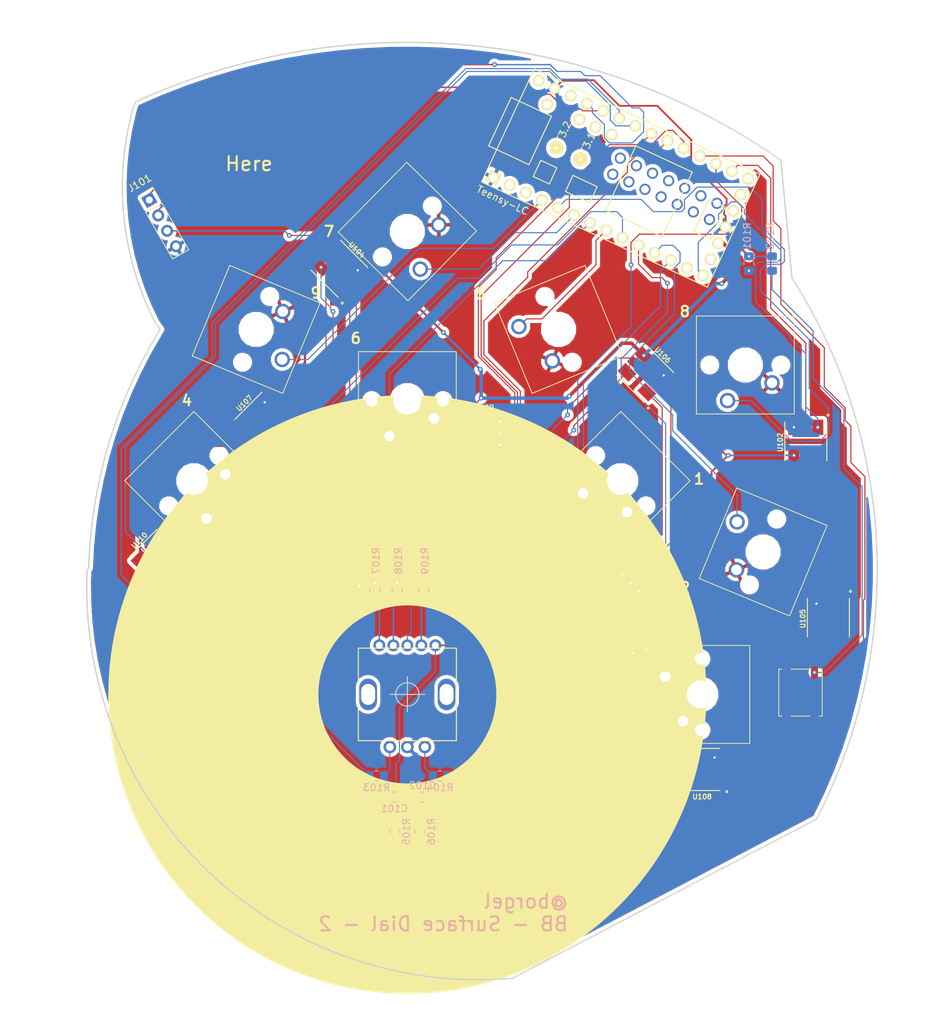
<source format=kicad_pcb>
(kicad_pcb (version 20171130) (host pcbnew "(5.0.1)-4")
  (layers (0 F.Cu signal) (31 B.Cu signal) (34 B.Paste user) (35 F.Paste user) (36 B.SilkS user) (37 F.SilkS user) (38 B.Mask user) (39 F.Mask user) (44 Edge.Cuts user))
  (net 0 "")
  (net 1 +3V3)
  (net 2 "Net-(R102-Pad2)")
  (net 3 "Net-(SW101-Pad1)")
  (net 4 "Net-(SW102-Pad1)")
  (net 5 "Net-(SW103-Pad1)")
  (net 6 "Net-(SW104-Pad1)")
  (net 7 "Net-(SW105-Pad1)")
  (net 8 "Net-(SW106-Pad1)")
  (net 9 "Net-(SW107-Pad1)")
  (net 10 "Net-(SW108-Pad1)")
  (net 11 "Net-(SW109-Pad1)")
  (net 12 /BTN_ALT_1)
  (net 13 "Net-(U101-Pad18)")
  (net 14 "Net-(U101-Pad19)")
  (net 15 "Net-(U101-Pad20)")
  (net 16 "Net-(U101-Pad15)")
  (net 17 "Net-(U101-Pad31)")
  (net 18 "Net-(U101-Pad33)")
  (net 19 "Net-(U101-Pad34)")
  (net 20 "Net-(U101-Pad35)")
  (net 21 "Net-(U101-Pad36)")
  (net 22 "Net-(U101-Pad37)")
  (net 23 "Net-(U101-Pad3)")
  (net 24 "Net-(U101-Pad2)")
  (net 25 "Net-(U101-Pad38)")
  (net 26 "Net-(U101-Pad39)")
  (net 27 /BTN_PU)
  (net 28 /ENC_A)
  (net 29 GND)
  (net 30 /ENC_B)
  (net 31 /DISP_SDA)
  (net 32 /DISP_SCL)
  (net 33 "Net-(R103-Pad2)")
  (net 34 "Net-(R104-Pad1)")
  (net 35 "Net-(R107-Pad1)")
  (net 36 /LED_R)
  (net 37 /LED_G)
  (net 38 "Net-(R108-Pad1)")
  (net 39 "Net-(R109-Pad1)")
  (net 40 /LED_B)
  (net 41 /BTN_SW)
  (net 42 /LEDS_MOSI)
  (net 43 /LEDS_SCK)
  (net 44 "Net-(U101-Pad13)")
  (net 45 "Net-(U102-Pad5)")
  (net 46 "Net-(U102-Pad6)")
  (net 47 "Net-(U103-Pad6)")
  (net 48 "Net-(U103-Pad5)")
  (net 49 "Net-(U103-Pad2)")
  (net 50 "Net-(U103-Pad1)")
  (net 51 "Net-(U104-Pad1)")
  (net 52 "Net-(U104-Pad2)")
  (net 53 "Net-(U104-Pad5)")
  (net 54 "Net-(U104-Pad6)")
  (net 55 "Net-(U105-Pad6)")
  (net 56 "Net-(U105-Pad5)")
  (net 57 "Net-(U106-Pad5)")
  (net 58 "Net-(U106-Pad6)")
  (net 59 "Net-(U107-Pad6)")
  (net 60 "Net-(U107-Pad5)")
  (net 61 "Net-(U110-Pad5)")
  (net 62 "Net-(U110-Pad6)")
  (module Button_Switch_Keyboard:SW_Cherry_MX1A_1.00u_PCB (layer F.Cu) (at 107.997292 73.090686 247.5)
    (fp_text reference SW109)
    (fp_text value SW_Push)
    (pad 1 thru_hole circle (at 0 0 247.5) (size 2.2 2.2) (drill 1.5) (layers *.Cu *.Mask) (net 11 "Net-(SW109-Pad1)"))
    (pad 2 thru_hole circle (at -6.35 2.54 247.5) (size 2.2 2.2) (drill 1.5) (layers *.Cu *.Mask) (net 27 /BTN_PU))
    (pad "" np_thru_hole circle (at -2.54 5.08 247.5) (size 4 4) (drill 4) (layers *.Cu *.Mask))
    (pad "" np_thru_hole circle (at -7.62 5.08 247.5) (size 1.7 1.7) (drill 1.7) (layers *.Cu *.Mask))
    (pad "" np_thru_hole circle (at 2.54 5.08 247.5) (size 1.7 1.7) (drill 1.7) (layers *.Cu *.Mask))
  )
  (module "Borgel Custom:PEL12T-4xxxF-S1024" (layer F.Cu) (at 125.866 120.87)
    (fp_text reference SW111 (at -3.048 21.074) (layer F.SilkS))
    (fp_text value Rotary_Encoder_Switch_RGB)
    (pad "" np_thru_hole oval (at 5.6 0) (size 2.5 4.5) (drill oval 2 3) (layers *.Cu *.Mask))
    (pad "" np_thru_hole oval (at -5.6 0) (size 2.5 4.5) (drill oval 2 3) (layers *.Cu *.Mask))
    (pad 1 thru_hole circle (at -4 -7) (size 1.7 1.7) (drill 1) (layers *.Cu *.Mask) (net 35 "Net-(R107-Pad1)"))
    (pad 2 thru_hole circle (at -2 -7) (size 1.7 1.7) (drill 1) (layers *.Cu *.Mask) (net 38 "Net-(R108-Pad1)"))
    (pad 3 thru_hole circle (at 0 -7) (size 1.7 1.7) (drill 1) (layers *.Cu *.Mask) (net 41 /BTN_SW))
    (pad 4 thru_hole circle (at 2 -7) (size 1.7 1.7) (drill 1) (layers *.Cu *.Mask) (net 39 "Net-(R109-Pad1)"))
    (pad 5 thru_hole circle (at 4 -7) (size 1.7 1.7) (drill 1) (layers *.Cu *.Mask) (net 1 +3V3))
    (pad A thru_hole circle (at -2.5 7.5) (size 1.8 1.8) (drill 1.1) (layers *.Cu *.Mask) (net 33 "Net-(R103-Pad2)"))
    (pad C thru_hole circle (at 0 7.5) (size 1.8 1.8) (drill 1.1) (layers *.Cu *.Mask) (net 29 GND))
    (pad B thru_hole circle (at 2.5 7.5) (size 1.8 1.8) (drill 1.1) (layers *.Cu *.Mask) (net 34 "Net-(R104-Pad1)"))
  )
  (module teensy:Teensy30_31_32_LC (layer F.Cu) (at 156.346 47.21 335)
    (fp_text reference U101)
    (fp_text value Teensy-LC (at -13.966632 10.015972 335) (layer F.SilkS))
    (fp_text user T3.2 (at -10.16 -2.54 65) (layer F.SilkS))
    (fp_text user T3.1 (at -6.35 -2.54 65) (layer F.SilkS))
    (pad 17 thru_hole circle (at 16.510001 0 335) (size 1.6 1.6) (drill 1.1) (layers *.Cu *.Mask F.SilkS) (net 29 GND))
    (pad 18 thru_hole circle (at 16.51 -2.54 335) (size 1.6 1.6) (drill 1.1) (layers *.Cu *.Mask F.SilkS) (net 13 "Net-(U101-Pad18)"))
    (pad 19 thru_hole circle (at 16.51 -5.08 335) (size 1.6 1.6) (drill 1.1) (layers *.Cu *.Mask F.SilkS) (net 14 "Net-(U101-Pad19)"))
    (pad 20 thru_hole circle (at 16.51 -7.62 335) (size 1.6 1.6) (drill 1.1) (layers *.Cu *.Mask F.SilkS) (net 15 "Net-(U101-Pad20)"))
    (pad 16 thru_hole circle (at 16.51 2.54 335) (size 1.6 1.6) (drill 1.1) (layers *.Cu *.Mask F.SilkS) (net 1 +3V3))
    (pad 15 thru_hole circle (at 16.51 5.08 335) (size 1.6 1.6) (drill 1.1) (layers *.Cu *.Mask F.SilkS) (net 16 "Net-(U101-Pad15)"))
    (pad 14 thru_hole circle (at 16.51 7.62 335) (size 1.6 1.6) (drill 1.1) (layers *.Cu *.Mask F.SilkS) (net 42 /LEDS_MOSI))
    (pad 21 thru_hole circle (at 13.97 -7.62 335) (size 1.6 1.6) (drill 1.1) (layers *.Cu *.Mask F.SilkS) (net 43 /LEDS_SCK))
    (pad 22 thru_hole circle (at 11.43 -7.62 335) (size 1.6 1.6) (drill 1.1) (layers *.Cu *.Mask F.SilkS) (net 41 /BTN_SW))
    (pad 23 thru_hole circle (at 8.89 -7.62 335) (size 1.6 1.6) (drill 1.1) (layers *.Cu *.Mask F.SilkS) (net 12 /BTN_ALT_1))
    (pad 24 thru_hole circle (at 6.350001 -7.62 335) (size 1.6 1.6) (drill 1.1) (layers *.Cu *.Mask F.SilkS) (net 36 /LED_R))
    (pad 25 thru_hole circle (at 3.81 -7.62 335) (size 1.6 1.6) (drill 1.1) (layers *.Cu *.Mask F.SilkS) (net 37 /LED_G))
    (pad 26 thru_hole circle (at 1.27 -7.62 335) (size 1.6 1.6) (drill 1.1) (layers *.Cu *.Mask F.SilkS) (net 40 /LED_B))
    (pad 27 thru_hole circle (at -1.27 -7.62 335) (size 1.6 1.6) (drill 1.1) (layers *.Cu *.Mask F.SilkS) (net 28 /ENC_A))
    (pad 28 thru_hole circle (at -3.81 -7.62 335) (size 1.6 1.6) (drill 1.1) (layers *.Cu *.Mask F.SilkS) (net 30 /ENC_B))
    (pad 29 thru_hole circle (at -6.35 -7.62 335) (size 1.6 1.6) (drill 1.1) (layers *.Cu *.Mask F.SilkS) (net 32 /DISP_SCL))
    (pad 30 thru_hole circle (at -8.89 -7.62 335) (size 1.6 1.6) (drill 1.1) (layers *.Cu *.Mask F.SilkS) (net 31 /DISP_SDA))
    (pad 31 thru_hole circle (at -11.43 -7.62 335) (size 1.6 1.6) (drill 1.1) (layers *.Cu *.Mask F.SilkS) (net 17 "Net-(U101-Pad31)"))
    (pad 32 thru_hole circle (at -13.97 -7.619999 335) (size 1.6 1.6) (drill 1.1) (layers *.Cu *.Mask F.SilkS) (net 29 GND))
    (pad 33 thru_hole circle (at -16.51 -7.62 335) (size 1.6 1.6) (drill 1.1) (layers *.Cu *.Mask F.SilkS) (net 18 "Net-(U101-Pad33)"))
    (pad 34 thru_hole circle (at -13.97 -5.08 335) (size 1.6 1.6) (drill 1.1) (layers *.Cu *.Mask F.SilkS) (net 19 "Net-(U101-Pad34)"))
    (pad 35 thru_hole circle (at -8.89 -5.08 335) (size 1.6 1.6) (drill 1.1) (layers *.Cu *.Mask F.SilkS) (net 20 "Net-(U101-Pad35)"))
    (pad 36 thru_hole circle (at -6.35 -5.08 335) (size 1.6 1.6) (drill 1.1) (layers *.Cu *.Mask F.SilkS) (net 21 "Net-(U101-Pad36)"))
    (pad 37 thru_hole circle (at -3.81 -5.08 335) (size 1.6 1.6) (drill 1.1) (layers *.Cu *.Mask F.SilkS) (net 22 "Net-(U101-Pad37)"))
    (pad 13 thru_hole circle (at 13.97 7.619999 335) (size 1.6 1.6) (drill 1.1) (layers *.Cu *.Mask F.SilkS) (net 44 "Net-(U101-Pad13)"))
    (pad 12 thru_hole circle (at 11.43 7.62 335) (size 1.6 1.6) (drill 1.1) (layers *.Cu *.Mask F.SilkS) (net 3 "Net-(SW101-Pad1)"))
    (pad 11 thru_hole circle (at 8.89 7.62 335) (size 1.6 1.6) (drill 1.1) (layers *.Cu *.Mask F.SilkS) (net 4 "Net-(SW102-Pad1)"))
    (pad 10 thru_hole circle (at 6.35 7.62 335) (size 1.6 1.6) (drill 1.1) (layers *.Cu *.Mask F.SilkS) (net 5 "Net-(SW103-Pad1)"))
    (pad 9 thru_hole circle (at 3.81 7.62 335) (size 1.6 1.6) (drill 1.1) (layers *.Cu *.Mask F.SilkS) (net 6 "Net-(SW104-Pad1)"))
    (pad 8 thru_hole circle (at 1.27 7.62 335) (size 1.6 1.6) (drill 1.1) (layers *.Cu *.Mask F.SilkS) (net 7 "Net-(SW105-Pad1)"))
    (pad 7 thru_hole circle (at -1.27 7.62 335) (size 1.6 1.6) (drill 1.1) (layers *.Cu *.Mask F.SilkS) (net 8 "Net-(SW106-Pad1)"))
    (pad 6 thru_hole circle (at -3.81 7.62 335) (size 1.6 1.6) (drill 1.1) (layers *.Cu *.Mask F.SilkS) (net 9 "Net-(SW107-Pad1)"))
    (pad 5 thru_hole circle (at -6.350001 7.62 335) (size 1.6 1.6) (drill 1.1) (layers *.Cu *.Mask F.SilkS) (net 10 "Net-(SW108-Pad1)"))
    (pad 4 thru_hole circle (at -8.89 7.62 335) (size 1.6 1.6) (drill 1.1) (layers *.Cu *.Mask F.SilkS) (net 11 "Net-(SW109-Pad1)"))
    (pad 3 thru_hole circle (at -11.43 7.62 335) (size 1.6 1.6) (drill 1.1) (layers *.Cu *.Mask F.SilkS) (net 23 "Net-(U101-Pad3)"))
    (pad 2 thru_hole circle (at -13.97 7.62 335) (size 1.6 1.6) (drill 1.1) (layers *.Cu *.Mask F.SilkS) (net 24 "Net-(U101-Pad2)"))
    (pad 1 thru_hole rect (at -16.51 7.62 335) (size 1.6 1.6) (drill 1.1) (layers *.Cu *.Mask F.SilkS) (net 29 GND))
    (pad 38 thru_hole circle (at -1.27 0 335) (size 1.6 1.6) (drill 1.1) (layers *.Cu *.Mask) (net 25 "Net-(U101-Pad38)"))
    (pad 39 thru_hole circle (at 1.27 0 335) (size 1.6 1.6) (drill 1.1) (layers *.Cu *.Mask) (net 26 "Net-(U101-Pad39)"))
    (pad 40 thru_hole circle (at 3.81 0 335) (size 1.6 1.6) (drill 1.1) (layers *.Cu *.Mask))
    (pad 41 thru_hole circle (at 6.35 0 335) (size 1.6 1.6) (drill 1.1) (layers *.Cu *.Mask))
    (pad 42 thru_hole circle (at 8.89 0 335) (size 1.6 1.6) (drill 1.1) (layers *.Cu *.Mask))
    (pad 43 thru_hole circle (at 11.43 0 335) (size 1.6 1.6) (drill 1.1) (layers *.Cu *.Mask))
    (pad 44 thru_hole circle (at 13.97 0 335) (size 1.6 1.6) (drill 1.1) (layers *.Cu *.Mask))
    (pad 45 thru_hole circle (at 13.97 -2.54 335) (size 1.6 1.6) (drill 1.1) (layers *.Cu *.Mask))
    (pad 46 thru_hole circle (at 11.43 -2.54 335) (size 1.6 1.6) (drill 1.1) (layers *.Cu *.Mask))
    (pad 47 thru_hole circle (at 8.890001 -2.54 335) (size 1.6 1.6) (drill 1.1) (layers *.Cu *.Mask))
    (pad 48 thru_hole circle (at 6.35 -2.54 335) (size 1.6 1.6) (drill 1.1) (layers *.Cu *.Mask))
    (pad 49 thru_hole circle (at 3.81 -2.54 335) (size 1.6 1.6) (drill 1.1) (layers *.Cu *.Mask))
    (pad 50 thru_hole circle (at 1.27 -2.54 335) (size 1.6 1.6) (drill 1.1) (layers *.Cu *.Mask))
    (pad 51 thru_hole circle (at -1.27 -2.54 335) (size 1.6 1.6) (drill 1.1) (layers *.Cu *.Mask))
    (pad 52 thru_hole circle (at -6.35 0 335) (size 1.9 1.9) (drill 0.5) (layers *.Cu *.Mask F.SilkS))
    (pad 52 thru_hole circle (at -10.16 0 335) (size 1.9 1.9) (drill 0.5) (layers *.Cu *.Mask F.SilkS))
  )
  (module Resistor_SMD:R_0805_2012Metric_Pad1.15x1.40mm_HandSolder (layer B.Cu) (at 174.634 59.402 90)
    (fp_text reference R101 (at 3.937 -0.254 90) (layer B.SilkS) (effects (justify mirror)))
    (fp_text value 10k)
    (pad 1 smd roundrect (at -1.025 0 90) (size 1.15 1.4) (layers B.Cu B.Paste B.Mask) (roundrect_rratio 0.217391) (net 27 /BTN_PU))
    (pad 2 smd roundrect (at 1.025 0 90) (size 1.15 1.4) (layers B.Cu B.Paste B.Mask) (roundrect_rratio 0.217391) (net 1 +3V3))
  )
  (module Resistor_SMD:R_0805_2012Metric_Pad1.15x1.40mm_HandSolder (layer B.Cu) (at 177.936 59.402 270)
    (fp_text reference R102 (at -3.937 0.254 270) (layer B.SilkS) (effects (justify mirror)))
    (fp_text value 10k)
    (pad 2 smd roundrect (at 1.025 0 270) (size 1.15 1.4) (layers B.Cu B.Paste B.Mask) (roundrect_rratio 0.217391) (net 2 "Net-(R102-Pad2)"))
    (pad 1 smd roundrect (at -1.025 0 270) (size 1.15 1.4) (layers B.Cu B.Paste B.Mask) (roundrect_rratio 0.217391) (net 1 +3V3))
  )
  (module Button_Switch_Keyboard:SW_Cherry_MX1A_1.00u_PCB (layer F.Cu) (at 150.957846 92.186051 135)
    (fp_text reference SW101)
    (fp_text value SW_Push)
    (pad 1 thru_hole circle (at 0 0 135) (size 2.2 2.2) (drill 1.5) (layers *.Cu *.Mask) (net 3 "Net-(SW101-Pad1)"))
    (pad 2 thru_hole circle (at -6.35 2.54 135) (size 2.2 2.2) (drill 1.5) (layers *.Cu *.Mask) (net 27 /BTN_PU))
    (pad "" np_thru_hole circle (at -2.54 5.08 135) (size 4 4) (drill 4) (layers *.Cu *.Mask))
    (pad "" np_thru_hole circle (at -7.62 5.08 135) (size 1.7 1.7) (drill 1.7) (layers *.Cu *.Mask))
    (pad "" np_thru_hole circle (at 2.54 5.08 135) (size 1.7 1.7) (drill 1.7) (layers *.Cu *.Mask))
  )
  (module Button_Switch_Keyboard:SW_Cherry_MX1A_1.00u_PCB (layer F.Cu) (at 172.944708 96.259314 67.5)
    (fp_text reference SW102)
    (fp_text value SW_Push)
    (pad "" np_thru_hole circle (at 2.54 5.08 67.5) (size 1.7 1.7) (drill 1.7) (layers *.Cu *.Mask))
    (pad "" np_thru_hole circle (at -7.62 5.08 67.5) (size 1.7 1.7) (drill 1.7) (layers *.Cu *.Mask))
    (pad "" np_thru_hole circle (at -2.54 5.08 67.5) (size 4 4) (drill 4) (layers *.Cu *.Mask))
    (pad 2 thru_hole circle (at -6.35 2.54 67.5) (size 2.2 2.2) (drill 1.5) (layers *.Cu *.Mask) (net 27 /BTN_PU))
    (pad 1 thru_hole circle (at 0 0 67.5) (size 2.2 2.2) (drill 1.5) (layers *.Cu *.Mask) (net 4 "Net-(SW102-Pad1)"))
  )
  (module Button_Switch_Keyboard:SW_Cherry_MX1A_1.00u_PCB (layer F.Cu) (at 162.696 118.33 90)
    (fp_text reference SW103)
    (fp_text value SW_Push)
    (pad 1 thru_hole circle (at 0 0 90) (size 2.2 2.2) (drill 1.5) (layers *.Cu *.Mask) (net 5 "Net-(SW103-Pad1)"))
    (pad 2 thru_hole circle (at -6.35 2.54 90) (size 2.2 2.2) (drill 1.5) (layers *.Cu *.Mask) (net 27 /BTN_PU))
    (pad "" np_thru_hole circle (at -2.54 5.08 90) (size 4 4) (drill 4) (layers *.Cu *.Mask))
    (pad "" np_thru_hole circle (at -7.62 5.08 90) (size 1.7 1.7) (drill 1.7) (layers *.Cu *.Mask))
    (pad "" np_thru_hole circle (at 2.54 5.08 90) (size 1.7 1.7) (drill 1.7) (layers *.Cu *.Mask))
  )
  (module Button_Switch_Keyboard:SW_Cherry_MX1A_1.00u_PCB (layer F.Cu) (at 97.182051 95.778154 225)
    (fp_text reference SW104)
    (fp_text value SW_Push)
    (pad "" np_thru_hole circle (at 2.54 5.08 225) (size 1.7 1.7) (drill 1.7) (layers *.Cu *.Mask))
    (pad "" np_thru_hole circle (at -7.62 5.08 225) (size 1.7 1.7) (drill 1.7) (layers *.Cu *.Mask))
    (pad "" np_thru_hole circle (at -2.54 5.08 225) (size 4 4) (drill 4) (layers *.Cu *.Mask))
    (pad 2 thru_hole circle (at -6.35 2.54 225) (size 2.2 2.2) (drill 1.5) (layers *.Cu *.Mask) (net 27 /BTN_PU))
    (pad 1 thru_hole circle (at 0 0 225) (size 2.2 2.2) (drill 1.5) (layers *.Cu *.Mask) (net 6 "Net-(SW104-Pad1)"))
  )
  (module Button_Switch_Keyboard:SW_Cherry_MX1A_1.00u_PCB (layer F.Cu) (at 141.790676 68.397378 112.5)
    (fp_text reference SW105)
    (fp_text value SW_Push)
    (pad 1 thru_hole circle (at 0 0 112.5) (size 2.2 2.2) (drill 1.5) (layers *.Cu *.Mask) (net 7 "Net-(SW105-Pad1)"))
    (pad 2 thru_hole circle (at -6.35 2.54 112.5) (size 2.2 2.2) (drill 1.5) (layers *.Cu *.Mask) (net 27 /BTN_PU))
    (pad "" np_thru_hole circle (at -2.54 5.08 112.5) (size 4 4) (drill 4) (layers *.Cu *.Mask))
    (pad "" np_thru_hole circle (at -7.62 5.08 112.5) (size 1.7 1.7) (drill 1.7) (layers *.Cu *.Mask))
    (pad "" np_thru_hole circle (at 2.54 5.08 112.5) (size 1.7 1.7) (drill 1.7) (layers *.Cu *.Mask))
  )
  (module Button_Switch_Keyboard:SW_Cherry_MX1A_1.00u_PCB (layer F.Cu) (at 123.326 84.04 180)
    (fp_text reference SW106)
    (fp_text value SW_Push)
    (pad "" np_thru_hole circle (at 2.54 5.08 180) (size 1.7 1.7) (drill 1.7) (layers *.Cu *.Mask))
    (pad "" np_thru_hole circle (at -7.62 5.08 180) (size 1.7 1.7) (drill 1.7) (layers *.Cu *.Mask))
    (pad "" np_thru_hole circle (at -2.54 5.08 180) (size 4 4) (drill 4) (layers *.Cu *.Mask))
    (pad 2 thru_hole circle (at -6.35 2.54 180) (size 2.2 2.2) (drill 1.5) (layers *.Cu *.Mask) (net 27 /BTN_PU))
    (pad 1 thru_hole circle (at 0 0 180) (size 2.2 2.2) (drill 1.5) (layers *.Cu *.Mask) (net 8 "Net-(SW106-Pad1)"))
  )
  (module Button_Switch_Keyboard:SW_Cherry_MX1A_1.00u_PCB (layer F.Cu) (at 127.709003 60.202275 225.5)
    (fp_text reference SW107)
    (fp_text value SW_Push)
    (pad 1 thru_hole circle (at 0 0 225.5) (size 2.2 2.2) (drill 1.5) (layers *.Cu *.Mask) (net 9 "Net-(SW107-Pad1)"))
    (pad 2 thru_hole circle (at -6.35 2.54 225.5) (size 2.2 2.2) (drill 1.5) (layers *.Cu *.Mask) (net 27 /BTN_PU))
    (pad "" np_thru_hole circle (at -2.54 5.08 225.5) (size 4 4) (drill 4) (layers *.Cu *.Mask))
    (pad "" np_thru_hole circle (at -7.619999 5.08 225.5) (size 1.7 1.7) (drill 1.7) (layers *.Cu *.Mask))
    (pad "" np_thru_hole circle (at 2.54 5.08 225.5) (size 1.7 1.7) (drill 1.7) (layers *.Cu *.Mask))
  )
  (module Button_Switch_Keyboard:SW_Cherry_MX1A_1.00u_PCB (layer F.Cu) (at 171.586 78.96 180)
    (fp_text reference SW108)
    (fp_text value SW_Push)
    (pad "" np_thru_hole circle (at 2.54 5.08 180) (size 1.7 1.7) (drill 1.7) (layers *.Cu *.Mask))
    (pad "" np_thru_hole circle (at -7.62 5.08 180) (size 1.7 1.7) (drill 1.7) (layers *.Cu *.Mask))
    (pad "" np_thru_hole circle (at -2.54 5.08 180) (size 4 4) (drill 4) (layers *.Cu *.Mask))
    (pad 2 thru_hole circle (at -6.35 2.54 180) (size 2.2 2.2) (drill 1.5) (layers *.Cu *.Mask) (net 27 /BTN_PU))
    (pad 1 thru_hole circle (at 0 0 180) (size 2.2 2.2) (drill 1.5) (layers *.Cu *.Mask) (net 10 "Net-(SW108-Pad1)"))
  )
  (module Button_Switch_SMD:SW_SPST_EVQP0 (layer F.Cu) (at 182 120.616 90)
    (fp_text reference SW110)
    (fp_text value SW_Push)
    (pad 1 smd rect (at 2.88 -2 90) (size 2.75 1) (layers F.Cu F.Paste F.Mask) (net 12 /BTN_ALT_1))
    (pad 1 smd rect (at -2.88 -2 90) (size 2.75 1) (layers F.Cu F.Paste F.Mask) (net 12 /BTN_ALT_1))
    (pad 2 smd rect (at -2.88 2 90) (size 2.75 1) (layers F.Cu F.Paste F.Mask) (net 2 "Net-(R102-Pad2)"))
    (pad 2 smd rect (at 2.88 2 90) (size 2.75 1) (layers F.Cu F.Paste F.Mask) (net 2 "Net-(R102-Pad2)"))
  )
  (module Capacitor_SMD:C_0805_2012Metric (layer B.Cu) (at 124 135.5)
    (fp_text reference C101 (at 0 1.65) (layer B.SilkS) (effects (justify mirror)))
    (fp_text value 0.1uF)
    (pad 1 smd roundrect (at -0.9375 0) (size 0.975 1.4) (layers B.Cu B.Paste B.Mask) (net 28 /ENC_A))
    (pad 2 smd roundrect (at 0.9375 0) (size 0.975 1.4) (layers B.Cu B.Paste B.Mask) (net 29 GND))
  )
  (module Capacitor_SMD:C_0805_2012Metric (layer B.Cu) (at 128 135.5 180)
    (fp_text reference C102 (at 0 1.65 180) (layer B.SilkS) (effects (justify mirror)))
    (fp_text value 0.1uF)
    (pad 2 smd roundrect (at 0.9375 0 180) (size 0.975 1.4) (layers B.Cu B.Paste B.Mask) (net 29 GND))
    (pad 1 smd roundrect (at -0.9375 0 180) (size 0.975 1.4) (layers B.Cu B.Paste B.Mask) (net 30 /ENC_B))
  )
  (module Connector_PinSocket_2.54mm:PinSocket_1x04_P2.54mm_Vertical (layer F.Cu) (at 89.019238 50.339746 30)
    (fp_text reference J101 (at 0 -2.77 30) (layer F.SilkS))
    (fp_text value Conn_OLED)
    (pad 1 thru_hole rect (at 0 0 30) (size 1.7 1.7) (drill 1) (layers *.Cu *.Mask) (net 31 /DISP_SDA))
    (pad 2 thru_hole oval (at 0 2.54 30) (size 1.7 1.7) (drill 1) (layers *.Cu *.Mask) (net 32 /DISP_SCL))
    (pad 3 thru_hole oval (at 0 5.08 30) (size 1.7 1.7) (drill 1) (layers *.Cu *.Mask) (net 1 +3V3))
    (pad 4 thru_hole oval (at 0 7.620001 30) (size 1.7 1.7) (drill 1) (layers *.Cu *.Mask) (net 29 GND))
  )
  (module Resistor_SMD:R_0805_2012Metric_Pad1.15x1.40mm_HandSolder (layer B.Cu) (at 121.475 132.5)
    (fp_text reference R103 (at 0 1.65) (layer B.SilkS) (effects (justify mirror)))
    (fp_text value 10k)
    (pad 1 smd roundrect (at -1.025 0) (size 1.15 1.4) (layers B.Cu B.Paste B.Mask) (roundrect_rratio 0.217391) (net 28 /ENC_A))
    (pad 2 smd roundrect (at 1.025 0) (size 1.15 1.4) (layers B.Cu B.Paste B.Mask) (roundrect_rratio 0.217391) (net 33 "Net-(R103-Pad2)"))
  )
  (module Resistor_SMD:R_0805_2012Metric_Pad1.15x1.40mm_HandSolder (layer B.Cu) (at 130.525 132.5)
    (fp_text reference R104 (at 0 1.65) (layer B.SilkS) (effects (justify mirror)))
    (fp_text value 10k)
    (pad 2 smd roundrect (at 1.025 0) (size 1.15 1.4) (layers B.Cu B.Paste B.Mask) (roundrect_rratio 0.217391) (net 30 /ENC_B))
    (pad 1 smd roundrect (at -1.025 0) (size 1.15 1.4) (layers B.Cu B.Paste B.Mask) (roundrect_rratio 0.217391) (net 34 "Net-(R104-Pad1)"))
  )
  (module Resistor_SMD:R_0805_2012Metric_Pad1.15x1.40mm_HandSolder (layer B.Cu) (at 124.088 140.436999 90)
    (fp_text reference R105 (at 0 1.65 90) (layer B.SilkS) (effects (justify mirror)))
    (fp_text value 10k)
    (pad 1 smd roundrect (at -1.025 0 90) (size 1.15 1.4) (layers B.Cu B.Paste B.Mask) (roundrect_rratio 0.217391) (net 1 +3V3))
    (pad 2 smd roundrect (at 1.025 0 90) (size 1.15 1.4) (layers B.Cu B.Paste B.Mask) (roundrect_rratio 0.217391) (net 33 "Net-(R103-Pad2)"))
  )
  (module Resistor_SMD:R_0805_2012Metric_Pad1.15x1.40mm_HandSolder (layer B.Cu) (at 127.644 140.428 90)
    (fp_text reference R106 (at 0 1.65 90) (layer B.SilkS) (effects (justify mirror)))
    (fp_text value 10k)
    (pad 2 smd roundrect (at 1.025 0 90) (size 1.15 1.4) (layers B.Cu B.Paste B.Mask) (roundrect_rratio 0.217391) (net 34 "Net-(R104-Pad1)"))
    (pad 1 smd roundrect (at -1.025 0 90) (size 1.15 1.4) (layers B.Cu B.Paste B.Mask) (roundrect_rratio 0.217391) (net 1 +3V3))
  )
  (module Resistor_SMD:R_0805_2012Metric_Pad1.15x1.40mm_HandSolder (layer B.Cu) (at 121.2 106 90)
    (fp_text reference R107 (at 4.2 0.2 90) (layer B.SilkS) (effects (justify mirror)))
    (fp_text value 100r)
    (pad 1 smd roundrect (at -1.025 0 90) (size 1.15 1.4) (layers B.Cu B.Paste B.Mask) (roundrect_rratio 0.217391) (net 35 "Net-(R107-Pad1)"))
    (pad 2 smd roundrect (at 1.025 0 90) (size 1.15 1.4) (layers B.Cu B.Paste B.Mask) (roundrect_rratio 0.217391) (net 36 /LED_R))
  )
  (module Resistor_SMD:R_0805_2012Metric_Pad1.15x1.40mm_HandSolder (layer B.Cu) (at 124.4 106 90)
    (fp_text reference R108 (at 4.2 0.2 90) (layer B.SilkS) (effects (justify mirror)))
    (fp_text value 100r)
    (pad 2 smd roundrect (at 1.025 0 90) (size 1.15 1.4) (layers B.Cu B.Paste B.Mask) (roundrect_rratio 0.217391) (net 37 /LED_G))
    (pad 1 smd roundrect (at -1.025 0 90) (size 1.15 1.4) (layers B.Cu B.Paste B.Mask) (roundrect_rratio 0.217391) (net 38 "Net-(R108-Pad1)"))
  )
  (module Resistor_SMD:R_0805_2012Metric_Pad1.15x1.40mm_HandSolder (layer B.Cu) (at 128.2 106 90)
    (fp_text reference R109 (at 4.2 0.2 90) (layer B.SilkS) (effects (justify mirror)))
    (fp_text value 100r)
    (pad 1 smd roundrect (at -1.025 0 90) (size 1.15 1.4) (layers B.Cu B.Paste B.Mask) (roundrect_rratio 0.217391) (net 39 "Net-(R109-Pad1)"))
    (pad 2 smd roundrect (at 1.025 0 90) (size 1.15 1.4) (layers B.Cu B.Paste B.Mask) (roundrect_rratio 0.217391) (net 40 /LED_B))
  )
  (module "Borgel Custom:LED-5050" (layer F.Cu) (at 182.724651 84.722407 90)
    (fp_text reference U102 (at -0.197593 -3.612651 270) (layer F.SilkS) (effects (font (size 0.7 0.7))))
    (fp_text value APA102_5050 hide)
    (pad 1 smd rect (at 1.952407 1.737349 180) (size 1.6 2.2) (layers F.Cu F.Paste F.Mask) (net 42 /LEDS_MOSI))
    (pad 2 smd rect (at 1.952407 0.037349 180) (size 1.2 2.2) (layers F.Cu F.Paste F.Mask) (net 43 /LEDS_SCK))
    (pad 3 smd rect (at 1.952407 -1.662651 180) (size 1.6 2.2) (layers F.Cu F.Paste F.Mask) (net 29 GND))
    (pad 4 smd rect (at -2.047593 -1.662651 180) (size 1.6 2.2) (layers F.Cu F.Paste F.Mask) (net 1 +3V3))
    (pad 5 smd rect (at -2.047593 0.037349 180) (size 1.2 2.2) (layers F.Cu F.Paste F.Mask) (net 45 "Net-(U102-Pad5)"))
    (pad 6 smd rect (at -2.047593 1.737349 180) (size 1.6 2.2) (layers F.Cu F.Paste F.Mask) (net 46 "Net-(U102-Pad6)"))
  )
  (module "Borgel Custom:LED-5050" (layer F.Cu) (at 159.14 103.598 225)
    (fp_text reference U103 (at -0.197593 -3.612651 45) (layer F.SilkS) (effects (font (size 0.7 0.7))))
    (fp_text value APA102_5050 hide)
    (pad 6 smd rect (at -2.047593 1.737349 315) (size 1.6 2.2) (layers F.Cu F.Paste F.Mask) (net 47 "Net-(U103-Pad6)"))
    (pad 5 smd rect (at -2.047593 0.037349 315) (size 1.2 2.2) (layers F.Cu F.Paste F.Mask) (net 48 "Net-(U103-Pad5)"))
    (pad 4 smd rect (at -2.047593 -1.662651 315) (size 1.6 2.2) (layers F.Cu F.Paste F.Mask) (net 1 +3V3))
    (pad 3 smd rect (at 1.952407 -1.662651 315) (size 1.6 2.2) (layers F.Cu F.Paste F.Mask) (net 29 GND))
    (pad 2 smd rect (at 1.952407 0.037349 315) (size 1.2 2.2) (layers F.Cu F.Paste F.Mask) (net 49 "Net-(U103-Pad2)"))
    (pad 1 smd rect (at 1.952407 1.737349 315) (size 1.6 2.2) (layers F.Cu F.Paste F.Mask) (net 50 "Net-(U103-Pad1)"))
  )
  (module "Borgel Custom:LED-5050" (layer F.Cu) (at 116.214 60.164 315)
    (fp_text reference U104 (at -0.197593 -3.612651 135) (layer F.SilkS) (effects (font (size 0.7 0.7))))
    (fp_text value APA102_5050 hide)
    (pad 1 smd rect (at 1.952407 1.737349 45) (size 1.6 2.2) (layers F.Cu F.Paste F.Mask) (net 51 "Net-(U104-Pad1)"))
    (pad 2 smd rect (at 1.952407 0.037349 45) (size 1.2 2.2) (layers F.Cu F.Paste F.Mask) (net 52 "Net-(U104-Pad2)"))
    (pad 3 smd rect (at 1.952407 -1.662651 45) (size 1.6 2.2) (layers F.Cu F.Paste F.Mask) (net 29 GND))
    (pad 4 smd rect (at -2.047593 -1.662651 45) (size 1.6 2.2) (layers F.Cu F.Paste F.Mask) (net 1 +3V3))
    (pad 5 smd rect (at -2.047593 0.037349 45) (size 1.2 2.2) (layers F.Cu F.Paste F.Mask) (net 53 "Net-(U104-Pad5)"))
    (pad 6 smd rect (at -2.047593 1.737349 45) (size 1.6 2.2) (layers F.Cu F.Paste F.Mask) (net 54 "Net-(U104-Pad6)"))
  )
  (module "Borgel Custom:LED-5050" (layer F.Cu) (at 185.948651 109.868407 90)
    (fp_text reference U105 (at -0.197593 -3.612651 270) (layer F.SilkS) (effects (font (size 0.7 0.7))))
    (fp_text value APA102_5050 hide)
    (pad 6 smd rect (at -2.047593 1.737349 180) (size 1.6 2.2) (layers F.Cu F.Paste F.Mask) (net 55 "Net-(U105-Pad6)"))
    (pad 5 smd rect (at -2.047593 0.037349 180) (size 1.2 2.2) (layers F.Cu F.Paste F.Mask) (net 56 "Net-(U105-Pad5)"))
    (pad 4 smd rect (at -2.047593 -1.662651 180) (size 1.6 2.2) (layers F.Cu F.Paste F.Mask) (net 1 +3V3))
    (pad 3 smd rect (at 1.952407 -1.662651 180) (size 1.6 2.2) (layers F.Cu F.Paste F.Mask) (net 29 GND))
    (pad 2 smd rect (at 1.952407 0.037349 180) (size 1.2 2.2) (layers F.Cu F.Paste F.Mask) (net 45 "Net-(U102-Pad5)"))
    (pad 1 smd rect (at 1.952407 1.737349 180) (size 1.6 2.2) (layers F.Cu F.Paste F.Mask) (net 46 "Net-(U102-Pad6)"))
  )
  (module "Borgel Custom:LED-5050" (layer F.Cu) (at 159.902 75.15 315)
    (fp_text reference U106 (at -0.197593 -3.612651 135) (layer F.SilkS) (effects (font (size 0.7 0.7))))
    (fp_text value APA102_5050 hide)
    (pad 1 smd rect (at 1.952407 1.737349 45) (size 1.6 2.2) (layers F.Cu F.Paste F.Mask) (net 47 "Net-(U103-Pad6)"))
    (pad 2 smd rect (at 1.952407 0.037349 45) (size 1.2 2.2) (layers F.Cu F.Paste F.Mask) (net 48 "Net-(U103-Pad5)"))
    (pad 3 smd rect (at 1.952407 -1.662651 45) (size 1.6 2.2) (layers F.Cu F.Paste F.Mask) (net 29 GND))
    (pad 4 smd rect (at -2.047593 -1.662651 45) (size 1.6 2.2) (layers F.Cu F.Paste F.Mask) (net 1 +3V3))
    (pad 5 smd rect (at -2.047593 0.037349 45) (size 1.2 2.2) (layers F.Cu F.Paste F.Mask) (net 57 "Net-(U106-Pad5)"))
    (pad 6 smd rect (at -2.047593 1.737349 45) (size 1.6 2.2) (layers F.Cu F.Paste F.Mask) (net 58 "Net-(U106-Pad6)"))
  )
  (module "Borgel Custom:LED-5050" (layer F.Cu) (at 105.292 81.754 45)
    (fp_text reference U107 (at -0.197593 -3.612651 225) (layer F.SilkS) (effects (font (size 0.7 0.7))))
    (fp_text value APA102_5050 hide)
    (pad 6 smd rect (at -2.047593 1.737349 135) (size 1.6 2.2) (layers F.Cu F.Paste F.Mask) (net 59 "Net-(U107-Pad6)"))
    (pad 5 smd rect (at -2.047593 0.037349 135) (size 1.2 2.2) (layers F.Cu F.Paste F.Mask) (net 60 "Net-(U107-Pad5)"))
    (pad 4 smd rect (at -2.047593 -1.662651 135) (size 1.6 2.2) (layers F.Cu F.Paste F.Mask) (net 1 +3V3))
    (pad 3 smd rect (at 1.952407 -1.662651 135) (size 1.6 2.2) (layers F.Cu F.Paste F.Mask) (net 29 GND))
    (pad 2 smd rect (at 1.952407 0.037349 135) (size 1.2 2.2) (layers F.Cu F.Paste F.Mask) (net 53 "Net-(U104-Pad5)"))
    (pad 1 smd rect (at 1.952407 1.737349 135) (size 1.6 2.2) (layers F.Cu F.Paste F.Mask) (net 54 "Net-(U104-Pad6)"))
  )
  (module "Borgel Custom:LED-5050" (layer F.Cu) (at 167.776 131.538)
    (fp_text reference U108 (at 0.174407 3.925349 180) (layer F.SilkS) (effects (font (size 0.7 0.7))))
    (fp_text value APA102_5050 hide)
    (pad 1 smd rect (at 1.952407 1.737349 90) (size 1.6 2.2) (layers F.Cu F.Paste F.Mask) (net 55 "Net-(U105-Pad6)"))
    (pad 2 smd rect (at 1.952407 0.037349 90) (size 1.2 2.2) (layers F.Cu F.Paste F.Mask) (net 56 "Net-(U105-Pad5)"))
    (pad 3 smd rect (at 1.952407 -1.662651 90) (size 1.6 2.2) (layers F.Cu F.Paste F.Mask) (net 29 GND))
    (pad 4 smd rect (at -2.047593 -1.662651 90) (size 1.6 2.2) (layers F.Cu F.Paste F.Mask) (net 1 +3V3))
    (pad 5 smd rect (at -2.047593 0.037349 90) (size 1.2 2.2) (layers F.Cu F.Paste F.Mask) (net 49 "Net-(U103-Pad2)"))
    (pad 6 smd rect (at -2.047593 1.737349 90) (size 1.6 2.2) (layers F.Cu F.Paste F.Mask) (net 50 "Net-(U103-Pad1)"))
  )
  (module "Borgel Custom:LED-5050" (layer F.Cu) (at 137.057593 83.572651)
    (fp_text reference U109 (at -0.197593 -3.612651 180) (layer F.SilkS) (effects (font (size 0.7 0.7))))
    (fp_text value APA102_5050 hide)
    (pad 6 smd rect (at -2.047593 1.737349 90) (size 1.6 2.2) (layers F.Cu F.Paste F.Mask) (net 51 "Net-(U104-Pad1)"))
    (pad 5 smd rect (at -2.047593 0.037349 90) (size 1.2 2.2) (layers F.Cu F.Paste F.Mask) (net 52 "Net-(U104-Pad2)"))
    (pad 4 smd rect (at -2.047593 -1.662651 90) (size 1.6 2.2) (layers F.Cu F.Paste F.Mask) (net 1 +3V3))
    (pad 3 smd rect (at 1.952407 -1.662651 90) (size 1.6 2.2) (layers F.Cu F.Paste F.Mask) (net 29 GND))
    (pad 2 smd rect (at 1.952407 0.037349 90) (size 1.2 2.2) (layers F.Cu F.Paste F.Mask) (net 57 "Net-(U106-Pad5)"))
    (pad 1 smd rect (at 1.952407 1.737349 90) (size 1.6 2.2) (layers F.Cu F.Paste F.Mask) (net 58 "Net-(U106-Pad6)"))
  )
  (module "Borgel Custom:LED-5050" (layer F.Cu) (at 90.306 101.312 45)
    (fp_text reference U110 (at -0.197593 -3.612651 225) (layer F.SilkS) (effects (font (size 0.7 0.7))))
    (fp_text value APA102_5050 hide)
    (pad 1 smd rect (at 1.952407 1.737349 135) (size 1.6 2.2) (layers F.Cu F.Paste F.Mask) (net 59 "Net-(U107-Pad6)"))
    (pad 2 smd rect (at 1.952407 0.037349 135) (size 1.2 2.2) (layers F.Cu F.Paste F.Mask) (net 60 "Net-(U107-Pad5)"))
    (pad 3 smd rect (at 1.952407 -1.662651 135) (size 1.6 2.2) (layers F.Cu F.Paste F.Mask) (net 29 GND))
    (pad 4 smd rect (at -2.047593 -1.662651 135) (size 1.6 2.2) (layers F.Cu F.Paste F.Mask) (net 1 +3V3))
    (pad 5 smd rect (at -2.047593 0.037349 135) (size 1.2 2.2) (layers F.Cu F.Paste F.Mask) (net 61 "Net-(U110-Pad5)"))
    (pad 6 smd rect (at -2.047593 1.737349 135) (size 1.6 2.2) (layers F.Cu F.Paste F.Mask) (net 62 "Net-(U110-Pad6)"))
  )
  (gr_line (start 87.0802 36.3261) (end 86.7627 37.0246) (layer Edge.Cuts) (width 0.2))
  (gr_line (start 89.8869 67.8729) (end 90.56 68.8) (layer Edge.Cuts) (width 0.2))
  (gr_arc (start 127.389999 48.479999) (end 86.75 37.05) (angle -43.05851392) (layer Edge.Cuts) (width 0.2))
  (gr_text Here (at 103.26 45.178) (layer F.SilkS) (effects (font (size 2 2) (thickness 0.3))))
  (gr_text "@borgel\nBB - Surface Dial - 2" (at 149 152) (layer B.SilkS) (effects (font (size 2 2) (thickness 0.3)) (justify left mirror)))
  (gr_text 9 (at 112.8 63.6) (layer F.SilkS) (effects (font (size 1.5 1.5) (thickness 0.3))))
  (gr_text 8 (at 165.49 66.26) (layer F.SilkS) (effects (font (size 1.5 1.5) (thickness 0.3))))
  (gr_text 7 (at 114.69 54.83) (layer F.SilkS) (effects (font (size 1.5 1.5) (thickness 0.3))))
  (gr_text 6 (at 118.5 70.07) (layer F.SilkS) (effects (font (size 1.5 1.5) (thickness 0.3))))
  (gr_text 5 (at 136.28 63.72) (layer F.SilkS) (effects (font (size 1.5 1.5) (thickness 0.3))))
  (gr_text 4 (at 94.37 78.96) (layer F.SilkS) (effects (font (size 1.5 1.5) (thickness 0.3))))
  (gr_text 3 (at 160.41 129.76) (layer F.SilkS) (effects (font (size 1.5 1.5) (thickness 0.3))))
  (gr_text 2 (at 165.49 105.63) (layer F.SilkS) (effects (font (size 1.5 1.5) (thickness 0.3))))
  (gr_text 1 (at 167.522 90.136) (layer F.SilkS) (effects (font (size 1.5 1.5) (thickness 0.3))))
  (gr_line (start 140.8774 161.3576) (end 184.286 138.65) (layer Edge.Cuts) (width 0.2))
  (gr_line (start 80.146 103.09) (end 80.3619 102.8614) (layer Edge.Cuts) (width 0.2))
  (gr_arc (start 148.927952 104.817246) (end 90.56 68.8) (angle -30.03008483) (layer Edge.Cuts) (width 0.2))
  (gr_circle (center 125.866 120.87) (end 138.566 120.87) (layer F.SilkS) (width 30))
  (gr_line (start 180.7808 61.4848) (end 179.206 44.67) (layer Edge.Cuts) (width 0.2))
  (gr_arc (start 136.026 105.63) (end 80.146 103.09) (angle -97.57230271) (layer Edge.Cuts) (width 0.2))
  (gr_arc (start 115.706 103.09) (end 184.286 138.65) (angle -60.02681981) (layer Edge.Cuts) (width 0.2))
  (gr_arc (start 125.866 120.87) (end 179.206 44.67) (angle -59.62165489) (layer Edge.Cuts) (width 0.2))
  (target plus (at 125.866 120.87) (size 5) (width 0.15) (layer Edge.Cuts))
  (segment (start 127.626001 141.461999) (end 127.644 141.444) (width 0.2) (layer B.Cu) (net 1))
  (segment (start 174.634 58.377) (end 177.936 58.377) (width 0.25) (layer B.Cu) (net 1))
  (segment (start 159.629805 72.526461) (end 162.866461 72.526461) (width 0.25) (layer F.Cu) (net 1))
  (segment (start 162.866461 72.526461) (end 164.855 74.515) (width 0.25) (layer F.Cu) (net 1))
  (segment (start 164.855 74.515) (end 164.855 80.23) (width 0.25) (layer F.Cu) (net 1))
  (segment (start 184.286 111.916) (end 184.286 111.091) (width 0.25) (layer F.Cu) (net 1))
  (segment (start 184.286 111.091) (end 182 108.805) (width 0.25) (layer F.Cu) (net 1))
  (segment (start 182 108.805) (end 182 91.025) (width 0.25) (layer F.Cu) (net 1))
  (segment (start 181.062 90.087) (end 181.062 86.77) (width 0.25) (layer F.Cu) (net 1))
  (segment (start 182 91.025) (end 181.062 90.087) (width 0.25) (layer F.Cu) (net 1))
  (segment (start 161.763539 103.325805) (end 161.763539 103.006461) (width 0.25) (layer F.Cu) (net 1))
  (segment (start 161.763539 103.006461) (end 169.3 95.47) (width 0.25) (layer F.Cu) (net 1))
  (segment (start 169.3 95.47) (end 169.3 89.12) (width 0.25) (layer F.Cu) (net 1))
  (segment (start 165.728407 129.875349) (end 165.728407 129.521593) (width 0.25) (layer F.Cu) (net 1))
  (segment (start 165.728407 129.521593) (end 167.395 127.855) (width 0.25) (layer F.Cu) (net 1))
  (segment (start 167.395 127.855) (end 170.57 127.855) (width 0.25) (layer F.Cu) (net 1))
  (segment (start 170.57 127.855) (end 176.285 122.14) (width 0.25) (layer F.Cu) (net 1))
  (segment (start 176.285 122.14) (end 176.285 115.155) (width 0.25) (layer F.Cu) (net 1))
  (segment (start 179.524 111.916) (end 184.286 111.916) (width 0.25) (layer F.Cu) (net 1))
  (segment (start 176.285 115.155) (end 179.524 111.916) (width 0.25) (layer F.Cu) (net 1))
  (segment (start 170.235691 56.489449) (end 170.959449 56.489449) (width 0.5) (layer F.Cu) (net 1))
  (segment (start 170.959449 56.489449) (end 171.84 57.37) (width 0.5) (layer F.Cu) (net 1))
  (segment (start 171.84 57.37) (end 171.84 61.18) (width 0.5) (layer F.Cu) (net 1))
  (segment (start 160.493539 72.526461) (end 159.629805 72.526461) (width 0.5) (layer F.Cu) (net 1))
  (segment (start 102.668461 82.026195) (end 102.668461 79.551539) (width 0.3) (layer F.Cu) (net 1))
  (segment (start 102.668461 79.551539) (end 106.435 75.785) (width 0.3) (layer F.Cu) (net 1))
  (segment (start 106.435 75.785) (end 108.975 75.785) (width 0.3) (layer F.Cu) (net 1))
  (segment (start 87.682461 101.584195) (end 87.682461 89.417461) (width 0.3) (layer F.Cu) (net 1))
  (segment (start 97.548383 79.551539) (end 102.668461 79.551539) (width 0.3) (layer F.Cu) (net 1))
  (segment (start 87.682461 89.417461) (end 97.548383 79.551539) (width 0.3) (layer F.Cu) (net 1))
  (via (at 109 55.4) (size 0.6858) (drill 0.3302) (layers F.Cu B.Cu) (net 1))
  (segment (start 113.801344 55.4) (end 115.941805 57.540461) (width 0.1524) (layer F.Cu) (net 1))
  (segment (start 109 55.4) (end 113.801344 55.4) (width 0.1524) (layer F.Cu) (net 1))
  (via (at 136.4 78.6) (size 0.6858) (drill 0.3302) (layers F.Cu B.Cu) (net 1))
  (segment (start 135.01 81.91) (end 135.01 79.99) (width 0.1524) (layer F.Cu) (net 1))
  (segment (start 135.01 79.99) (end 136.4 78.6) (width 0.1524) (layer F.Cu) (net 1))
  (via (at 148.98 78.325) (size 0.6858) (drill 0.3302) (layers F.Cu B.Cu) (net 1))
  (segment (start 124.088 141.461999) (end 126 141.461999) (width 0.2) (layer B.Cu) (net 1))
  (segment (start 126 141.461999) (end 127.626001 141.461999) (width 0.2) (layer B.Cu) (net 1))
  (segment (start 129.866 113.87) (end 129.866 117.634) (width 0.1524) (layer B.Cu) (net 1))
  (segment (start 129.866 117.634) (end 127 120.5) (width 0.1524) (layer B.Cu) (net 1))
  (segment (start 124.737399 122.762601) (end 124.737399 127.75) (width 0.1524) (layer B.Cu) (net 1))
  (segment (start 127 120.5) (end 124.737399 122.762601) (width 0.1524) (layer B.Cu) (net 1))
  (segment (start 124.737399 127.75) (end 124.737399 127.512601) (width 0.1524) (layer B.Cu) (net 1))
  (segment (start 124.737399 130.25) (end 124.737399 127.75) (width 0.1524) (layer B.Cu) (net 1))
  (segment (start 124.22139 130.766009) (end 124.737399 130.25) (width 0.1524) (layer B.Cu) (net 1))
  (segment (start 124.22139 136.151908) (end 124.22139 130.766009) (width 0.1524) (layer B.Cu) (net 1))
  (segment (start 126 137.930518) (end 124.22139 136.151908) (width 0.1524) (layer B.Cu) (net 1))
  (segment (start 126 141.461999) (end 126 137.930518) (width 0.1524) (layer B.Cu) (net 1))
  (segment (start 161.763539 108.086461) (end 161.763539 103.325805) (width 0.25) (layer F.Cu) (net 1))
  (segment (start 155.98 113.87) (end 161.763539 108.086461) (width 0.25) (layer F.Cu) (net 1))
  (segment (start 129.866 113.87) (end 155.98 113.87) (width 0.25) (layer F.Cu) (net 1))
  (segment (start 164.855 80.23) (end 171.395 86.77) (width 0.25) (layer F.Cu) (net 1))
  (segment (start 171.65 86.77) (end 170.92 87.5) (width 0.2) (layer F.Cu) (net 1))
  (segment (start 171.395 86.77) (end 171.75 86.77) (width 0.25) (layer F.Cu) (net 1))
  (segment (start 171.65 86.77) (end 169.92 88.5) (width 0.25) (layer F.Cu) (net 1))
  (segment (start 169.92 88.5) (end 169.3 89.12) (width 0.25) (layer F.Cu) (net 1))
  (segment (start 170.92 87.5) (end 169.92 88.5) (width 0.25) (layer F.Cu) (net 1))
  (segment (start 111.25 73.51) (end 111.25 58.25) (width 0.3) (layer F.Cu) (net 1))
  (segment (start 108.975 75.785) (end 111.25 73.51) (width 0.3) (layer F.Cu) (net 1))
  (segment (start 115.093278 56.691934) (end 115.941805 57.540461) (width 0.3) (layer F.Cu) (net 1))
  (segment (start 112.808066 56.691934) (end 115.093278 56.691934) (width 0.3) (layer F.Cu) (net 1))
  (segment (start 111.25 58.25) (end 112.808066 56.691934) (width 0.3) (layer F.Cu) (net 1))
  (via (at 181.062 86.77) (size 0.6858) (drill 0.3302) (layers F.Cu B.Cu) (net 1))
  (via (at 171.65 86.77) (size 0.6858) (drill 0.3302) (layers F.Cu B.Cu) (net 1))
  (segment (start 171.395 86.77) (end 171.65 86.77) (width 0.1524) (layer F.Cu) (net 1))
  (segment (start 171.65 86.77) (end 181.062 86.77) (width 0.25) (layer B.Cu) (net 1))
  (via (at 159.629805 72.526461) (size 0.6858) (drill 0.3302) (layers F.Cu B.Cu) (net 1))
  (via (at 170.75 62.27) (size 0.6858) (drill 0.3302) (layers F.Cu B.Cu) (net 1))
  (segment (start 171.84 61.18) (end 170.75 62.27) (width 0.5) (layer F.Cu) (net 1))
  (segment (start 169.313367 62.842899) (end 159.629805 72.526461) (width 0.5) (layer B.Cu) (net 1))
  (segment (start 169.886266 62.27) (end 169.313367 62.842899) (width 0.5) (layer B.Cu) (net 1))
  (segment (start 170.75 62.27) (end 169.886266 62.27) (width 0.5) (layer B.Cu) (net 1))
  (via (at 174.634 58.377) (size 0.6858) (drill 0.3302) (layers F.Cu B.Cu) (net 1))
  (segment (start 173.627 57.37) (end 174.634 58.377) (width 0.3) (layer F.Cu) (net 1))
  (segment (start 171.84 57.37) (end 173.627 57.37) (width 0.3) (layer F.Cu) (net 1))
  (via (at 131 69.235) (size 0.6858) (drill 0.3302) (layers F.Cu B.Cu) (net 1))
  (segment (start 131 69.235) (end 119.305461 57.540461) (width 0.3) (layer F.Cu) (net 1))
  (segment (start 119.305461 57.540461) (end 115.941805 57.540461) (width 0.3) (layer F.Cu) (net 1))
  (via (at 136.28 74.515) (size 0.6858) (drill 0.3302) (layers F.Cu B.Cu) (net 1))
  (segment (start 131 69.235) (end 136.28 74.515) (width 0.3) (layer B.Cu) (net 1))
  (segment (start 148.705 78.6) (end 148.98 78.325) (width 0.5) (layer B.Cu) (net 1))
  (segment (start 136.4 78.6) (end 148.705 78.6) (width 0.5) (layer B.Cu) (net 1))
  (segment (start 136.4 74.635) (end 136.28 74.515) (width 0.5) (layer B.Cu) (net 1))
  (segment (start 136.4 78.6) (end 136.4 74.635) (width 0.5) (layer B.Cu) (net 1))
  (segment (start 157.87 70.766656) (end 159.629805 72.526461) (width 0.5) (layer F.Cu) (net 1))
  (segment (start 148.98 78.325) (end 156.505 70.8) (width 0.5) (layer F.Cu) (net 1))
  (segment (start 156.538344 70.766656) (end 156.505 70.8) (width 0.5) (layer F.Cu) (net 1))
  (segment (start 157.87 70.766656) (end 156.538344 70.766656) (width 0.5) (layer F.Cu) (net 1))
  (segment (start 108.339155 54.739155) (end 109 55.4) (width 0.2) (layer B.Cu) (net 1))
  (segment (start 91.559238 54.739155) (end 108.339155 54.739155) (width 0.2) (layer B.Cu) (net 1))
  (segment (start 184 123.496) (end 184 117.736) (width 0.3) (layer F.Cu) (net 2))
  (via (at 184 117.736) (size 0.6858) (drill 0.3302) (layers F.Cu B.Cu) (net 2))
  (segment (start 184 117.736) (end 185.464 117.736) (width 0.1524) (layer B.Cu) (net 2))
  (segment (start 185.464 117.736) (end 190.8 112.4) (width 0.1524) (layer B.Cu) (net 2))
  (segment (start 190.8 112.4) (end 190.8 91.2) (width 0.1524) (layer B.Cu) (net 2))
  (segment (start 190.8 91.2) (end 188.2 88.6) (width 0.1524) (layer B.Cu) (net 2))
  (segment (start 188.2 88.6) (end 188.2 80.2) (width 0.1524) (layer B.Cu) (net 2))
  (segment (start 188.2 80.2) (end 183.8 75.8) (width 0.1524) (layer B.Cu) (net 2))
  (segment (start 183.8 75.8) (end 183.8 69) (width 0.1524) (layer B.Cu) (net 2))
  (segment (start 177.936 63.136) (end 177.936 60.427) (width 0.1524) (layer B.Cu) (net 2))
  (segment (start 183.8 69) (end 177.936 63.136) (width 0.1524) (layer B.Cu) (net 2))
  (segment (start 150.957846 90.630417) (end 151 90.588263) (width 0.1524) (layer B.Cu) (net 3))
  (segment (start 150.957846 92.186051) (end 150.957846 90.630417) (width 0.1524) (layer B.Cu) (net 3))
  (segment (start 151 90.588263) (end 151 76.5) (width 0.1524) (layer B.Cu) (net 3))
  (segment (start 151 76.5) (end 162 65.5) (width 0.1524) (layer B.Cu) (net 3))
  (segment (start 162 60.431339) (end 163.484747 58.946592) (width 0.1524) (layer B.Cu) (net 3))
  (segment (start 162 65.5) (end 162 60.431339) (width 0.1524) (layer B.Cu) (net 3))
  (segment (start 172.944708 96.259314) (end 172.944708 92.444708) (width 0.1524) (layer B.Cu) (net 4))
  (segment (start 172.944708 92.444708) (end 163.75 83.25) (width 0.1524) (layer B.Cu) (net 4))
  (segment (start 163.75 83.25) (end 163.75 81) (width 0.1524) (layer B.Cu) (net 4))
  (segment (start 157.6 74.85) (end 157.6 73) (width 0.1524) (layer B.Cu) (net 4))
  (segment (start 163.75 81) (end 157.6 74.85) (width 0.1524) (layer B.Cu) (net 4))
  (segment (start 157.6 73) (end 164 66.6) (width 0.1524) (layer B.Cu) (net 4))
  (segment (start 164 66.6) (end 164 60) (width 0.1524) (layer B.Cu) (net 4))
  (segment (start 164 60) (end 164.8 59.2) (width 0.1524) (layer B.Cu) (net 4))
  (segment (start 164.8 59.2) (end 164.8 57.8) (width 0.1524) (layer B.Cu) (net 4))
  (segment (start 164.8 57.8) (end 163.8 56.8) (width 0.1524) (layer B.Cu) (net 4))
  (segment (start 162.255867 56.8) (end 161.182725 57.873142) (width 0.1524) (layer B.Cu) (net 4))
  (segment (start 163.8 56.8) (end 162.255867 56.8) (width 0.1524) (layer B.Cu) (net 4))
  (segment (start 162.696 116.774366) (end 162.75 116.720366) (width 0.1524) (layer B.Cu) (net 5))
  (segment (start 162.696 118.33) (end 162.696 116.774366) (width 0.1524) (layer B.Cu) (net 5))
  (segment (start 162.75 116.720366) (end 162.75 82.25) (width 0.1524) (layer B.Cu) (net 5))
  (segment (start 156.4 75.9) (end 156.4 73) (width 0.1524) (layer B.Cu) (net 5))
  (segment (start 162.75 82.25) (end 156.4 75.9) (width 0.1524) (layer B.Cu) (net 5))
  (via (at 163 62.2) (size 0.6858) (drill 0.3302) (layers F.Cu B.Cu) (net 5))
  (segment (start 156.4 73) (end 163 66.4) (width 0.1524) (layer B.Cu) (net 5))
  (segment (start 163 66.4) (end 163 62.2) (width 0.1524) (layer B.Cu) (net 5))
  (segment (start 162.211326 61.411326) (end 160.811326 61.411326) (width 0.1524) (layer F.Cu) (net 5))
  (segment (start 163 62.2) (end 162.211326 61.411326) (width 0.1524) (layer F.Cu) (net 5))
  (segment (start 158.880703 59.480703) (end 158.880703 56.799691) (width 0.1524) (layer F.Cu) (net 5))
  (segment (start 160.811326 61.411326) (end 158.880703 59.480703) (width 0.1524) (layer F.Cu) (net 5))
  (segment (start 156.578682 52.828682) (end 156.578682 55.726241) (width 0.1524) (layer B.Cu) (net 6))
  (segment (start 155.75 52) (end 156.578682 52.828682) (width 0.1524) (layer B.Cu) (net 6))
  (segment (start 152.031648 52) (end 155.75 52) (width 0.1524) (layer B.Cu) (net 6))
  (segment (start 97.182051 95.778154) (end 98.737685 95.778154) (width 0.1524) (layer B.Cu) (net 6))
  (segment (start 98.737685 95.778154) (end 133.015839 61.5) (width 0.1524) (layer B.Cu) (net 6))
  (segment (start 133.015839 61.5) (end 136 61.5) (width 0.1524) (layer B.Cu) (net 6))
  (segment (start 147.281648 56.75) (end 152.031648 52) (width 0.1524) (layer B.Cu) (net 6))
  (segment (start 140.75 56.75) (end 147.281648 56.75) (width 0.1524) (layer B.Cu) (net 6))
  (segment (start 136 61.5) (end 140.75 56.75) (width 0.1524) (layer B.Cu) (net 6))
  (segment (start 142.890675 67.297379) (end 145.102621 67.297379) (width 0.1524) (layer F.Cu) (net 7))
  (segment (start 141.790676 68.397378) (end 142.890675 67.297379) (width 0.1524) (layer F.Cu) (net 7))
  (segment (start 145.102621 67.297379) (end 152.8 59.6) (width 0.1524) (layer F.Cu) (net 7))
  (segment (start 152.8 56.129451) (end 154.27666 54.652791) (width 0.1524) (layer F.Cu) (net 7))
  (segment (start 152.8 59.6) (end 152.8 56.129451) (width 0.1524) (layer F.Cu) (net 7))
  (segment (start 122.945 83.659) (end 123.326 84.04) (width 0.3) (layer B.Cu) (net 8))
  (segment (start 151.174639 54.379339) (end 151.974638 53.57934) (width 0.1524) (layer B.Cu) (net 8))
  (segment (start 150.370661 54.379339) (end 151.174639 54.379339) (width 0.1524) (layer B.Cu) (net 8))
  (segment (start 145.75 59) (end 150.370661 54.379339) (width 0.1524) (layer B.Cu) (net 8))
  (segment (start 139.5 59) (end 145.75 59) (width 0.1524) (layer B.Cu) (net 8))
  (segment (start 123.326 75.174) (end 139.5 59) (width 0.1524) (layer B.Cu) (net 8))
  (segment (start 123.326 84.04) (end 123.326 75.174) (width 0.1524) (layer B.Cu) (net 8))
  (segment (start 127.709003 60.202275) (end 136.047725 60.202275) (width 0.1524) (layer B.Cu) (net 9))
  (segment (start 136.047725 60.202275) (end 141.25 55) (width 0.1524) (layer B.Cu) (net 9))
  (segment (start 147.178506 55) (end 149.672616 52.50589) (width 0.1524) (layer B.Cu) (net 9))
  (segment (start 141.25 55) (end 147.178506 55) (width 0.1524) (layer B.Cu) (net 9))
  (segment (start 148.553032 50.25) (end 147.370593 51.432439) (width 0.1524) (layer B.Cu) (net 10))
  (segment (start 160.995677 51.995677) (end 159.25 50.25) (width 0.1524) (layer B.Cu) (net 10))
  (segment (start 165.431677 51.568323) (end 165.004323 51.995677) (width 0.1524) (layer B.Cu) (net 10))
  (segment (start 165.431677 50.318323) (end 165.431677 51.568323) (width 0.1524) (layer B.Cu) (net 10))
  (segment (start 167.25 48.5) (end 165.431677 50.318323) (width 0.1524) (layer B.Cu) (net 10))
  (segment (start 174.75 48.5) (end 167.25 48.5) (width 0.1524) (layer B.Cu) (net 10))
  (segment (start 186 80) (end 183.25 77.25) (width 0.1524) (layer B.Cu) (net 10))
  (segment (start 174.96 78.96) (end 180.75 84.75) (width 0.1524) (layer B.Cu) (net 10))
  (segment (start 159.25 50.25) (end 148.553032 50.25) (width 0.1524) (layer B.Cu) (net 10))
  (segment (start 176.5 50.25) (end 174.75 48.5) (width 0.1524) (layer B.Cu) (net 10))
  (segment (start 177.09519 59.50481) (end 179.29519 59.50481) (width 0.1524) (layer B.Cu) (net 10))
  (segment (start 184.75 84.75) (end 186 83.5) (width 0.1524) (layer B.Cu) (net 10))
  (segment (start 180.75 84.75) (end 184.75 84.75) (width 0.1524) (layer B.Cu) (net 10))
  (segment (start 186 83.5) (end 186 80) (width 0.1524) (layer B.Cu) (net 10))
  (segment (start 183.25 70.25) (end 176.25 63.25) (width 0.1524) (layer B.Cu) (net 10))
  (segment (start 165.004323 51.995677) (end 160.995677 51.995677) (width 0.1524) (layer B.Cu) (net 10))
  (segment (start 171.586 78.96) (end 174.96 78.96) (width 0.1524) (layer B.Cu) (net 10))
  (segment (start 183.25 77.25) (end 183.25 70.25) (width 0.1524) (layer B.Cu) (net 10))
  (segment (start 176.25 63.25) (end 176.25 60.35) (width 0.1524) (layer B.Cu) (net 10))
  (segment (start 176.25 60.35) (end 177.09519 59.50481) (width 0.1524) (layer B.Cu) (net 10))
  (segment (start 176.5 54.2) (end 176.5 50.25) (width 0.1524) (layer B.Cu) (net 10))
  (segment (start 179.29519 59.50481) (end 179.7 59.1) (width 0.1524) (layer B.Cu) (net 10))
  (segment (start 179.7 59.1) (end 179.7 57.4) (width 0.1524) (layer B.Cu) (net 10))
  (segment (start 179.7 57.4) (end 176.5 54.2) (width 0.1524) (layer B.Cu) (net 10))
  (segment (start 138.177562 57.25) (end 145.068573 50.358989) (width 0.1524) (layer B.Cu) (net 11))
  (segment (start 127.5 57.25) (end 138.177562 57.25) (width 0.1524) (layer B.Cu) (net 11))
  (segment (start 107.997292 73.090686) (end 111.659314 73.090686) (width 0.1524) (layer B.Cu) (net 11))
  (segment (start 111.659314 73.090686) (end 127.5 57.25) (width 0.1524) (layer B.Cu) (net 11))
  (segment (start 180 123.496) (end 180 117.736) (width 0.3) (layer F.Cu) (net 12))
  (segment (start 167.623427 44.061011) (end 176.661011 44.061011) (width 0.1524) (layer F.Cu) (net 12))
  (segment (start 176.661011 44.061011) (end 178.103611 45.503611) (width 0.1524) (layer F.Cu) (net 12))
  (segment (start 178.103611 45.503611) (end 178.103611 53.303611) (width 0.1524) (layer F.Cu) (net 12))
  (segment (start 178.103611 53.303611) (end 179.2 54.4) (width 0.1524) (layer F.Cu) (net 12))
  (segment (start 179.2 65.2) (end 185.4 71.4) (width 0.1524) (layer F.Cu) (net 12))
  (segment (start 191 107.4) (end 191 115.6) (width 0.1524) (layer F.Cu) (net 12))
  (segment (start 191.2 107.2) (end 191 107.4) (width 0.1524) (layer F.Cu) (net 12))
  (segment (start 191 115.6) (end 189.4 117.2) (width 0.1524) (layer F.Cu) (net 12))
  (segment (start 189.4 117.2) (end 189.4 123) (width 0.1524) (layer F.Cu) (net 12))
  (segment (start 185.4 77) (end 188.4 80) (width 0.1524) (layer F.Cu) (net 12))
  (segment (start 189.4 123) (end 185.4 127) (width 0.1524) (layer F.Cu) (net 12))
  (segment (start 188.4 81.8) (end 189.2 82.6) (width 0.1524) (layer F.Cu) (net 12))
  (segment (start 180.6524 123.496) (end 180 123.496) (width 0.1524) (layer F.Cu) (net 12))
  (segment (start 185.4 127) (end 184.1564 127) (width 0.1524) (layer F.Cu) (net 12))
  (segment (start 184.1564 127) (end 180.6524 123.496) (width 0.1524) (layer F.Cu) (net 12))
  (segment (start 191.2 89.8) (end 191.2 107.2) (width 0.1524) (layer F.Cu) (net 12))
  (segment (start 189.2 87.8) (end 191.2 89.8) (width 0.1524) (layer F.Cu) (net 12))
  (segment (start 189.2 82.6) (end 189.2 87.8) (width 0.1524) (layer F.Cu) (net 12))
  (segment (start 188.4 80) (end 188.4 81.8) (width 0.1524) (layer F.Cu) (net 12))
  (segment (start 179.2 54.4) (end 179.2 65.2) (width 0.1524) (layer F.Cu) (net 12))
  (segment (start 185.4 71.4) (end 185.4 77) (width 0.1524) (layer F.Cu) (net 12))
  (via (at 174.634 60.427) (size 0.6858) (drill 0.3302) (layers F.Cu B.Cu) (net 27))
  (segment (start 120.625 132.675) (end 120.45 132.5) (width 0.1524) (layer B.Cu) (net 28))
  (segment (start 120.45 132.5) (end 120.45 133.95) (width 0.1524) (layer B.Cu) (net 28))
  (segment (start 120.45 133.95) (end 122 135.5) (width 0.1524) (layer B.Cu) (net 28))
  (segment (start 122 135.5) (end 123.0625 135.5) (width 0.1524) (layer B.Cu) (net 28))
  (segment (start 98.4 72.8) (end 85.6 85.6) (width 0.1524) (layer B.Cu) (net 28))
  (segment (start 98.4 68) (end 98.4 72.8) (width 0.1524) (layer B.Cu) (net 28))
  (segment (start 134.4 32) (end 98.4 68) (width 0.1524) (layer B.Cu) (net 28))
  (segment (start 85.6 97.65) (end 119.826628 131.876628) (width 0.1524) (layer B.Cu) (net 28))
  (segment (start 146.2 32) (end 134.4 32) (width 0.1524) (layer B.Cu) (net 28))
  (segment (start 85.6 85.6) (end 85.6 97.65) (width 0.1524) (layer B.Cu) (net 28))
  (segment (start 155.664438 39.767209) (end 154.839898 38.942669) (width 0.1524) (layer B.Cu) (net 28))
  (segment (start 119.826628 131.876628) (end 120.45 132.5) (width 0.1524) (layer B.Cu) (net 28))
  (segment (start 158.41534 39.767209) (end 155.664438 39.767209) (width 0.1524) (layer B.Cu) (net 28))
  (segment (start 154.839898 38.942669) (end 154.839898 36.839898) (width 0.1524) (layer B.Cu) (net 28))
  (segment (start 154.839898 36.839898) (end 151.4 33.4) (width 0.1524) (layer B.Cu) (net 28))
  (segment (start 151.4 33.4) (end 147.6 33.4) (width 0.1524) (layer B.Cu) (net 28))
  (segment (start 147.6 33.4) (end 146.2 32) (width 0.1524) (layer B.Cu) (net 28))
  (via (at 118.770232 60.368888) (size 0.6858) (drill 0.3302) (layers F.Cu B.Cu) (net 29))
  (via (at 105.496888 79.197768) (size 0.6858) (drill 0.3302) (layers F.Cu B.Cu) (net 29))
  (via (at 90.510888 98.755768) (size 0.6858) (drill 0.3302) (layers F.Cu B.Cu) (net 29))
  (via (at 139.01 81.91) (size 0.6858) (drill 0.3302) (layers F.Cu B.Cu) (net 29))
  (via (at 158.935112 106.154232) (size 0.6858) (drill 0.3302) (layers F.Cu B.Cu) (net 29))
  (via (at 169.728407 129.875349) (size 0.6858) (drill 0.3302) (layers F.Cu B.Cu) (net 29))
  (via (at 184.286 107.916) (size 0.6858) (drill 0.3302) (layers F.Cu B.Cu) (net 29))
  (via (at 181.062 82.77) (size 0.6858) (drill 0.3302) (layers F.Cu B.Cu) (net 29))
  (via (at 162.458232 75.354888) (size 0.6858) (drill 0.3302) (layers F.Cu B.Cu) (net 29))
  (segment (start 171.309142 54.187428) (end 171.309142 52.609142) (width 0.25) (layer F.Cu) (net 29))
  (segment (start 171.309142 52.609142) (end 171.1 52.4) (width 0.25) (layer F.Cu) (net 29))
  (segment (start 171.1 52.4) (end 171.1 51.25) (width 0.25) (layer F.Cu) (net 29))
  (segment (start 171.1 51.25) (end 171.45 50.9) (width 0.25) (layer F.Cu) (net 29))
  (segment (start 171.45 50.9) (end 171.45 50.15) (width 0.25) (layer F.Cu) (net 29))
  (segment (start 171.45 50.15) (end 166.4 45.1) (width 0.25) (layer F.Cu) (net 29))
  (segment (start 166.4 45.1) (end 166.4 41.75) (width 0.25) (layer F.Cu) (net 29))
  (segment (start 166.4 41.75) (end 161.55 36.9) (width 0.25) (layer F.Cu) (net 29))
  (segment (start 161.55 36.9) (end 156.15 36.9) (width 0.25) (layer F.Cu) (net 29))
  (segment (start 156.15 36.9) (end 152.5 33.25) (width 0.25) (layer F.Cu) (net 29))
  (segment (start 148.055189 33.25) (end 146.905231 34.399958) (width 0.25) (layer F.Cu) (net 29))
  (segment (start 152.5 33.25) (end 148.055189 33.25) (width 0.25) (layer F.Cu) (net 29))
  (segment (start 131.55 134.25) (end 131.55 132.5) (width 0.1524) (layer B.Cu) (net 30))
  (segment (start 130.3 135.5) (end 131.55 134.25) (width 0.1524) (layer B.Cu) (net 30))
  (segment (start 128.9375 135.5) (end 130.3 135.5) (width 0.1524) (layer B.Cu) (net 30))
  (segment (start 134.2 31.6) (end 146.231066 31.6) (width 0.1524) (layer B.Cu) (net 30))
  (segment (start 131.55 141.45) (end 129.5 143.5) (width 0.1524) (layer B.Cu) (net 30))
  (segment (start 129.5 143.5) (end 124.674143 143.5) (width 0.1524) (layer B.Cu) (net 30))
  (segment (start 124.674143 143.5) (end 114.6 133.425857) (width 0.1524) (layer B.Cu) (net 30))
  (segment (start 114.6 133.425857) (end 114.6 133.4) (width 0.1524) (layer B.Cu) (net 30))
  (segment (start 114.6 133.4) (end 85 103.8) (width 0.1524) (layer B.Cu) (net 30))
  (segment (start 85 103.8) (end 85 85.768934) (width 0.1524) (layer B.Cu) (net 30))
  (segment (start 131.55 132.5) (end 131.55 141.45) (width 0.1524) (layer B.Cu) (net 30))
  (segment (start 151.646118 33.095189) (end 156.113318 37.562389) (width 0.1524) (layer B.Cu) (net 30))
  (segment (start 156.113318 37.562389) (end 156.113318 38.693759) (width 0.1524) (layer B.Cu) (net 30))
  (segment (start 146.231066 31.6) (end 147.726255 33.095189) (width 0.1524) (layer B.Cu) (net 30))
  (segment (start 98 67.8) (end 134.2 31.6) (width 0.1524) (layer B.Cu) (net 30))
  (segment (start 147.726255 33.095189) (end 151.646118 33.095189) (width 0.1524) (layer B.Cu) (net 30))
  (segment (start 98 72.768934) (end 98 67.8) (width 0.1524) (layer B.Cu) (net 30))
  (segment (start 85 85.768934) (end 98 72.768934) (width 0.1524) (layer B.Cu) (net 30))
  (segment (start 146.26049 31.02849) (end 138.796933 31.02849) (width 0.2) (layer B.Cu) (net 31))
  (segment (start 138.796933 31.02849) (end 138.312 31.02849) (width 0.2) (layer B.Cu) (net 31))
  (segment (start 107.50351 31.02849) (end 138.312 31.02849) (width 0.2) (layer F.Cu) (net 31))
  (segment (start 88.528 50.004) (end 107.50351 31.02849) (width 0.2) (layer F.Cu) (net 31))
  (via (at 138.312 31.02849) (size 0.6858) (drill 0.3302) (layers F.Cu B.Cu) (net 31))
  (segment (start 147.232 32) (end 146.26049 31.02849) (width 0.2) (layer B.Cu) (net 31))
  (segment (start 150.6 32) (end 147.232 32) (width 0.1524) (layer B.Cu) (net 31))
  (segment (start 151.2 32.6) (end 150.6 32) (width 0.1524) (layer B.Cu) (net 31))
  (segment (start 159 37.2) (end 158 37.2) (width 0.1524) (layer B.Cu) (net 31))
  (segment (start 159.6 37.8) (end 159 37.2) (width 0.1524) (layer B.Cu) (net 31))
  (segment (start 159.6 40.6) (end 159.6 37.8) (width 0.1524) (layer B.Cu) (net 31))
  (segment (start 153.4 32.6) (end 151.2 32.6) (width 0.1524) (layer B.Cu) (net 31))
  (segment (start 158 42.2) (end 159.6 40.6) (width 0.1524) (layer B.Cu) (net 31))
  (segment (start 151.509275 36.546858) (end 152.309274 37.346857) (width 0.1524) (layer B.Cu) (net 31))
  (segment (start 158 37.2) (end 153.4 32.6) (width 0.1524) (layer B.Cu) (net 31))
  (segment (start 152.309274 37.346857) (end 152.309274 37.909274) (width 0.1524) (layer B.Cu) (net 31))
  (segment (start 152.309274 37.909274) (end 154 39.6) (width 0.1524) (layer B.Cu) (net 31))
  (segment (start 154 39.6) (end 154 41.478243) (width 0.1524) (layer B.Cu) (net 31))
  (segment (start 154 41.478243) (end 154.721757 42.2) (width 0.1524) (layer B.Cu) (net 31))
  (segment (start 154.721757 42.2) (end 158 42.2) (width 0.1524) (layer B.Cu) (net 31))
  (segment (start 90.160681 51.949753) (end 90.160681 51.927319) (width 0.2) (layer F.Cu) (net 32))
  (segment (start 90.160681 51.927319) (end 107.832 34.256) (width 0.2) (layer F.Cu) (net 32))
  (segment (start 136.788 34.256) (end 107.832 34.256) (width 0.2) (layer F.Cu) (net 32))
  (segment (start 138.05 32.994) (end 140.944 32.994) (width 0.1524) (layer F.Cu) (net 32))
  (segment (start 138.05 32.994) (end 136.788 34.256) (width 0.2) (layer F.Cu) (net 32))
  (segment (start 140.944 32.994) (end 143.2 35.25) (width 0.1524) (layer F.Cu) (net 32))
  (segment (start 143.2 35.25) (end 146.25 35.25) (width 0.1524) (layer F.Cu) (net 32))
  (segment (start 146.25 35.25) (end 148.35 37.35) (width 0.1524) (layer F.Cu) (net 32))
  (segment (start 148.35 37.35) (end 150.65 37.35) (width 0.1524) (layer F.Cu) (net 32))
  (segment (start 150.920309 37.620309) (end 153.811297 37.620309) (width 0.1524) (layer F.Cu) (net 32))
  (segment (start 150.65 37.35) (end 150.920309 37.620309) (width 0.1524) (layer F.Cu) (net 32))
  (segment (start 123.366 131.634) (end 122.5 132.5) (width 0.1524) (layer B.Cu) (net 33))
  (segment (start 123.366 128.37) (end 123.366 131.634) (width 0.1524) (layer B.Cu) (net 33))
  (segment (start 124.088 138.736999) (end 124.088 139.411999) (width 0.1524) (layer B.Cu) (net 33))
  (segment (start 123.916579 133.916579) (end 123.916579 137.347645) (width 0.1524) (layer B.Cu) (net 33))
  (segment (start 122.5 132.5) (end 123.916579 133.916579) (width 0.1524) (layer B.Cu) (net 33))
  (segment (start 123.916579 137.347645) (end 124.088 137.519066) (width 0.1524) (layer B.Cu) (net 33))
  (segment (start 124.088 137.519066) (end 124.088 138.736999) (width 0.1524) (layer B.Cu) (net 33))
  (segment (start 128.366 131.366) (end 129.5 132.5) (width 0.1524) (layer B.Cu) (net 34))
  (segment (start 128.366 128.37) (end 128.366 131.366) (width 0.1524) (layer B.Cu) (net 34))
  (segment (start 127.644 139.403) (end 127.644 137.856) (width 0.1524) (layer B.Cu) (net 34))
  (segment (start 128.22139 133.77861) (end 128.5 133.5) (width 0.1524) (layer B.Cu) (net 34))
  (segment (start 127.644 137.856) (end 128.22139 137.27861) (width 0.1524) (layer B.Cu) (net 34))
  (segment (start 128.22139 137.27861) (end 128.22139 133.77861) (width 0.1524) (layer B.Cu) (net 34))
  (segment (start 128.5 133.5) (end 129.5 132.5) (width 0.1524) (layer B.Cu) (net 34))
  (segment (start 121.866 107.691) (end 121.2 107.025) (width 0.2) (layer B.Cu) (net 35))
  (segment (start 121.866 113.87) (end 121.866 107.691) (width 0.2) (layer B.Cu) (net 35))
  (via (at 121.2 104.975) (size 0.6858) (drill 0.3302) (layers F.Cu B.Cu) (net 36))
  (segment (start 121.2 104.975) (end 121.2 103.8) (width 0.1524) (layer F.Cu) (net 36))
  (segment (start 121.2 103.8) (end 136.8 88.2) (width 0.1524) (layer F.Cu) (net 36))
  (segment (start 136.8 88.2) (end 139.4 88.2) (width 0.1524) (layer F.Cu) (net 36))
  (segment (start 139.4 88.2) (end 141.6 86) (width 0.1524) (layer F.Cu) (net 36))
  (segment (start 141.6 86) (end 141.6 77.8) (width 0.1524) (layer F.Cu) (net 36))
  (segment (start 141.6 77.8) (end 136.4 72.6) (width 0.1524) (layer F.Cu) (net 36))
  (segment (start 136.4 64) (end 136.4 64.6) (width 0.1524) (layer F.Cu) (net 36))
  (segment (start 149 51.4) (end 136.4 64) (width 0.1524) (layer F.Cu) (net 36))
  (segment (start 149 48.8) (end 149 51.4) (width 0.1524) (layer F.Cu) (net 36))
  (segment (start 136.4 72.6) (end 136.4 64.6) (width 0.1524) (layer F.Cu) (net 36))
  (segment (start 160.4 42.8) (end 155 42.8) (width 0.1524) (layer F.Cu) (net 36))
  (segment (start 165.321407 42.987561) (end 165.321407 41.971407) (width 0.1524) (layer F.Cu) (net 36))
  (segment (start 155 42.8) (end 149 48.8) (width 0.1524) (layer F.Cu) (net 36))
  (segment (start 165.321407 41.971407) (end 163.75 40.4) (width 0.1524) (layer F.Cu) (net 36))
  (segment (start 163.75 40.4) (end 162.8 40.4) (width 0.1524) (layer F.Cu) (net 36))
  (segment (start 162.8 40.4) (end 160.4 42.8) (width 0.1524) (layer F.Cu) (net 36))
  (via (at 124.4 104.975) (size 0.6858) (drill 0.3302) (layers F.Cu B.Cu) (net 37))
  (segment (start 124.4 104.975) (end 124.4 101.031066) (width 0.1524) (layer F.Cu) (net 37))
  (segment (start 124.4 101.031066) (end 136.831066 88.6) (width 0.1524) (layer F.Cu) (net 37))
  (segment (start 136.831066 88.6) (end 139.6 88.6) (width 0.1524) (layer F.Cu) (net 37))
  (segment (start 139.6 88.6) (end 142 86.2) (width 0.1524) (layer F.Cu) (net 37))
  (segment (start 142 86.2) (end 142 77.6) (width 0.1524) (layer F.Cu) (net 37))
  (segment (start 142 77.6) (end 136.8 72.4) (width 0.1524) (layer F.Cu) (net 37))
  (segment (start 157.3 46.35) (end 157.3 45.2) (width 0.1524) (layer F.Cu) (net 37))
  (segment (start 157.3 45.2) (end 159.2 43.3) (width 0.1524) (layer F.Cu) (net 37))
  (segment (start 161.633494 43.3) (end 163.019384 41.91411) (width 0.1524) (layer F.Cu) (net 37))
  (segment (start 159.2 43.3) (end 161.633494 43.3) (width 0.1524) (layer F.Cu) (net 37))
  (segment (start 143.05 60.6) (end 143.05 61.35) (width 0.1524) (layer F.Cu) (net 37))
  (segment (start 143.05 60.6) (end 157.3 46.35) (width 0.1524) (layer F.Cu) (net 37))
  (segment (start 136.8 67.6) (end 136.8 68) (width 0.1524) (layer F.Cu) (net 37))
  (segment (start 143.05 61.35) (end 136.8 67.6) (width 0.1524) (layer F.Cu) (net 37))
  (segment (start 136.8 72.4) (end 136.8 68) (width 0.1524) (layer F.Cu) (net 37))
  (segment (start 123.866 107.559) (end 124.4 107.025) (width 0.2) (layer B.Cu) (net 38))
  (segment (start 123.866 113.87) (end 123.866 107.559) (width 0.2) (layer B.Cu) (net 38))
  (segment (start 127.866 107.359) (end 128.2 107.025) (width 0.2) (layer B.Cu) (net 39))
  (segment (start 127.866 113.87) (end 127.866 107.359) (width 0.2) (layer B.Cu) (net 39))
  (segment (start 128.2 104.975) (end 126.825 104.975) (width 0.1524) (layer B.Cu) (net 40))
  (via (at 119 105.4) (size 0.6858) (drill 0.3302) (layers F.Cu B.Cu) (net 40))
  (segment (start 119.37861 105.77861) (end 119 105.4) (width 0.1524) (layer B.Cu) (net 40))
  (segment (start 126.825 104.975) (end 126.02139 105.77861) (width 0.1524) (layer B.Cu) (net 40))
  (segment (start 126.02139 105.77861) (end 119.37861 105.77861) (width 0.1524) (layer B.Cu) (net 40))
  (segment (start 141.2 77.831066) (end 136 72.631066) (width 0.1524) (layer F.Cu) (net 40))
  (segment (start 141.2 85.968934) (end 141.2 77.831066) (width 0.1524) (layer F.Cu) (net 40))
  (segment (start 136.6 87.8) (end 139.368934 87.8) (width 0.1524) (layer F.Cu) (net 40))
  (segment (start 139.368934 87.8) (end 141.2 85.968934) (width 0.1524) (layer F.Cu) (net 40))
  (segment (start 119 105.4) (end 136.6 87.8) (width 0.1524) (layer F.Cu) (net 40))
  (segment (start 159.108022 42.45) (end 160.717362 40.84066) (width 0.1524) (layer F.Cu) (net 40))
  (segment (start 154.7 42.45) (end 159.108022 42.45) (width 0.1524) (layer F.Cu) (net 40))
  (segment (start 138.55 60.25) (end 136 62.8) (width 0.1524) (layer F.Cu) (net 40))
  (segment (start 138.55 58.6) (end 138.55 60.25) (width 0.1524) (layer F.Cu) (net 40))
  (segment (start 136 72.631066) (end 136 62.8) (width 0.1524) (layer F.Cu) (net 40))
  (segment (start 138.55 58.6) (end 154.7 42.45) (width 0.1524) (layer F.Cu) (net 40))
  (segment (start 125.866 112.667919) (end 125.866 113.87) (width 0.1524) (layer B.Cu) (net 41))
  (segment (start 126.4 112.133919) (end 125.866 112.667919) (width 0.1524) (layer B.Cu) (net 41))
  (segment (start 126.4 107.2) (end 126.4 112.133919) (width 0.1524) (layer B.Cu) (net 41))
  (segment (start 127.4 106.2) (end 126.4 107.2) (width 0.1524) (layer B.Cu) (net 41))
  (segment (start 130.2 106.2) (end 127.4 106.2) (width 0.1524) (layer B.Cu) (net 41))
  (segment (start 130.2 106.2) (end 132.6 106.2) (width 0.1524) (layer B.Cu) (net 41))
  (segment (start 132.6 106.2) (end 150.2 88.6) (width 0.1524) (layer B.Cu) (net 41))
  (segment (start 150.2 88.6) (end 150.2 76) (width 0.1524) (layer B.Cu) (net 41))
  (via (at 157.8 59.6) (size 0.6858) (drill 0.3302) (layers F.Cu B.Cu) (net 41))
  (segment (start 150.2 76) (end 157.8 68.4) (width 0.1524) (layer B.Cu) (net 41))
  (segment (start 157.8 68.4) (end 157.8 59.6) (width 0.1524) (layer B.Cu) (net 41))
  (segment (start 157.8 56.4) (end 157.8 59.6) (width 0.1524) (layer F.Cu) (net 41))
  (segment (start 169.925449 45.134461) (end 169.925449 47.575121) (width 0.1524) (layer F.Cu) (net 41))
  (segment (start 169.925449 47.575121) (end 173.6 51.249672) (width 0.1524) (layer F.Cu) (net 41))
  (segment (start 173.6 51.249672) (end 173.6 53.6) (width 0.1524) (layer F.Cu) (net 41))
  (segment (start 173.6 53.6) (end 171.983971 55.216029) (width 0.1524) (layer F.Cu) (net 41))
  (segment (start 159 55.2) (end 158.8 55.4) (width 0.1524) (layer F.Cu) (net 41))
  (segment (start 158.8 55.4) (end 157.8 56.4) (width 0.1524) (layer F.Cu) (net 41))
  (segment (start 171.983971 55.216029) (end 160.2 55.216029) (width 0.1524) (layer F.Cu) (net 41))
  (segment (start 160.2 55.216029) (end 159.016029 55.216029) (width 0.1524) (layer F.Cu) (net 41))
  (segment (start 158.983971 55.216029) (end 158.8 55.4) (width 0.1524) (layer F.Cu) (net 41))
  (segment (start 160.2 55.216029) (end 158.983971 55.216029) (width 0.1524) (layer F.Cu) (net 41))
  (via (at 184.462 82.77) (size 0.6858) (drill 0.3302) (layers F.Cu B.Cu) (net 42))
  (segment (start 167.4 60.404703) (end 168.08879 61.093493) (width 0.1524) (layer B.Cu) (net 42))
  (segment (start 170.3 52.4) (end 170.3 53.5) (width 0.1524) (layer B.Cu) (net 42))
  (segment (start 170.3 53.5) (end 167.4 56.4) (width 0.1524) (layer B.Cu) (net 42))
  (segment (start 180.5 69.75) (end 175.6 64.85) (width 0.1524) (layer B.Cu) (net 42))
  (segment (start 184.462 82.77) (end 184.462 81.5176) (width 0.1524) (layer B.Cu) (net 42))
  (segment (start 180.5 70) (end 180.5 69.75) (width 0.1524) (layer B.Cu) (net 42))
  (segment (start 173 50.6) (end 172.1 50.6) (width 0.1524) (layer B.Cu) (net 42))
  (segment (start 182.75 72.25) (end 180.5 70) (width 0.1524) (layer B.Cu) (net 42))
  (segment (start 174 51.6) (end 173 50.6) (width 0.1524) (layer B.Cu) (net 42))
  (segment (start 182.75 79.8056) (end 182.75 72.25) (width 0.1524) (layer B.Cu) (net 42))
  (segment (start 184.462 81.5176) (end 182.75 79.8056) (width 0.1524) (layer B.Cu) (net 42))
  (segment (start 175.6 64.85) (end 175.6 59.6) (width 0.1524) (layer B.Cu) (net 42))
  (segment (start 179.2 58.7) (end 179.2 57.5) (width 0.1524) (layer B.Cu) (net 42))
  (segment (start 175.6 59.6) (end 176 59.2) (width 0.1524) (layer B.Cu) (net 42))
  (segment (start 172.1 50.6) (end 170.3 52.4) (width 0.1524) (layer B.Cu) (net 42))
  (segment (start 176 59.2) (end 178.7 59.2) (width 0.1524) (layer B.Cu) (net 42))
  (segment (start 178.7 59.2) (end 179.2 58.7) (width 0.1524) (layer B.Cu) (net 42))
  (segment (start 167.4 56.4) (end 167.4 60.404703) (width 0.1524) (layer B.Cu) (net 42))
  (segment (start 179.2 57.5) (end 174 52.3) (width 0.1524) (layer B.Cu) (net 42))
  (segment (start 174 52.3) (end 174 51.6) (width 0.1524) (layer B.Cu) (net 42))
  (segment (start 175.907913 45.407913) (end 177.75 47.25) (width 0.1524) (layer F.Cu) (net 43))
  (segment (start 177.75 65.75) (end 182.762 70.762) (width 0.1524) (layer F.Cu) (net 43))
  (segment (start 177.75 47.25) (end 177.75 65.75) (width 0.1524) (layer F.Cu) (net 43))
  (segment (start 182.762 70.762) (end 182.762 82.77) (width 0.1524) (layer F.Cu) (net 43))
  (segment (start 172.227471 46.207912) (end 173.02747 45.407913) (width 0.1524) (layer F.Cu) (net 43))
  (segment (start 175.907913 45.407913) (end 173.75 45.407913) (width 0.1524) (layer F.Cu) (net 43))
  (segment (start 173.02747 45.407913) (end 173.75 45.407913) (width 0.1524) (layer F.Cu) (net 43))
  (segment (start 173.75 45.407913) (end 174 45.407913) (width 0.1524) (layer F.Cu) (net 43))
  (segment (start 174 45.407913) (end 175.907913 45.407913) (width 0.1524) (layer F.Cu) (net 43))
  (segment (start 182.762 86.77) (end 182.762 95.012) (width 0.1524) (layer F.Cu) (net 45))
  (segment (start 185.986 98.236) (end 185.986 107.916) (width 0.1524) (layer F.Cu) (net 45))
  (segment (start 182.762 95.012) (end 185.986 98.236) (width 0.1524) (layer F.Cu) (net 45))
  (segment (start 184.462 88.0224) (end 184.462 86.77) (width 0.1524) (layer F.Cu) (net 46))
  (segment (start 187.6896 91.25) (end 184.462 88.0224) (width 0.1524) (layer F.Cu) (net 46))
  (segment (start 187.686 91.2536) (end 187.6896 91.25) (width 0.1524) (layer F.Cu) (net 46))
  (segment (start 187.686 107.916) (end 187.686 91.2536) (width 0.1524) (layer F.Cu) (net 46))
  (segment (start 160.054069 77.759051) (end 162.25 79.954982) (width 0.1524) (layer F.Cu) (net 47))
  (segment (start 162.25 98.031018) (end 159.359376 100.921642) (width 0.1524) (layer F.Cu) (net 47))
  (segment (start 162.25 79.954982) (end 162.25 98.031018) (width 0.1524) (layer F.Cu) (net 47))
  (segment (start 160.561457 102.123723) (end 163.5 99.18518) (width 0.1524) (layer F.Cu) (net 48))
  (segment (start 163.5 78.80082) (end 161.25615 76.55697) (width 0.1524) (layer F.Cu) (net 48))
  (segment (start 163.5 99.18518) (end 163.5 78.80082) (width 0.1524) (layer F.Cu) (net 48))
  (segment (start 164.476007 131.575349) (end 163.150658 130.25) (width 0.1524) (layer F.Cu) (net 49))
  (segment (start 165.728407 131.575349) (end 164.476007 131.575349) (width 0.1524) (layer F.Cu) (net 49))
  (segment (start 163.150658 130.25) (end 159.75 126.849342) (width 0.1524) (layer F.Cu) (net 49))
  (via (at 160 114.5) (size 0.6858) (drill 0.3302) (layers F.Cu B.Cu) (net 49))
  (segment (start 159.75 126.849342) (end 159.75 114.75) (width 0.1524) (layer F.Cu) (net 49))
  (segment (start 159.75 114.75) (end 160 114.5) (width 0.1524) (layer F.Cu) (net 49))
  (via (at 157.73303 104.95215) (size 0.6858) (drill 0.3302) (layers F.Cu B.Cu) (net 49))
  (segment (start 160 114.5) (end 157.73303 112.23303) (width 0.1524) (layer B.Cu) (net 49))
  (segment (start 157.73303 112.23303) (end 157.73303 104.95215) (width 0.1524) (layer B.Cu) (net 49))
  (via (at 158 115) (size 0.6858) (drill 0.3302) (layers F.Cu B.Cu) (net 50))
  (segment (start 159.44519 116.44519) (end 158 115) (width 0.1524) (layer F.Cu) (net 50))
  (segment (start 159.44519 128.244532) (end 159.44519 116.44519) (width 0.1524) (layer F.Cu) (net 50))
  (segment (start 164.476007 133.275349) (end 159.44519 128.244532) (width 0.1524) (layer F.Cu) (net 50))
  (segment (start 165.728407 133.275349) (end 164.476007 133.275349) (width 0.1524) (layer F.Cu) (net 50))
  (segment (start 158 115) (end 156 113) (width 0.1524) (layer B.Cu) (net 50))
  (via (at 156.530949 103.750069) (size 0.6858) (drill 0.3302) (layers F.Cu B.Cu) (net 50))
  (segment (start 156 113) (end 156 104.281018) (width 0.1524) (layer B.Cu) (net 50))
  (segment (start 156 104.281018) (end 156.530949 103.750069) (width 0.1524) (layer B.Cu) (net 50))
  (segment (start 133.7576 85.31) (end 132.3176 86.75) (width 0.1524) (layer F.Cu) (net 51))
  (segment (start 135.01 85.31) (end 133.7576 85.31) (width 0.1524) (layer F.Cu) (net 51))
  (segment (start 123.638603 86.75) (end 117.638603 80.75) (width 0.1524) (layer F.Cu) (net 51))
  (segment (start 132.3176 86.75) (end 123.638603 86.75) (width 0.1524) (layer F.Cu) (net 51))
  (segment (start 117.638603 64.045585) (end 116.366069 62.773051) (width 0.1524) (layer F.Cu) (net 51))
  (segment (start 117.638603 80.75) (end 117.638603 64.045585) (width 0.1524) (layer F.Cu) (net 51))
  (segment (start 133.7576 83.61) (end 131.3676 86) (width 0.1524) (layer F.Cu) (net 52))
  (segment (start 135.01 83.61) (end 133.7576 83.61) (width 0.1524) (layer F.Cu) (net 52))
  (segment (start 123.31967 86) (end 118.56967 81.25) (width 0.1524) (layer F.Cu) (net 52))
  (segment (start 131.3676 86) (end 123.31967 86) (width 0.1524) (layer F.Cu) (net 52))
  (segment (start 118.56967 62.57249) (end 117.56815 61.57097) (width 0.1524) (layer F.Cu) (net 52))
  (segment (start 118.56967 81.25) (end 118.56967 62.57249) (width 0.1524) (layer F.Cu) (net 52))
  (segment (start 107.547497 79.551323) (end 107.547497 79.202503) (width 0.1524) (layer F.Cu) (net 53))
  (segment (start 106.69897 80.39985) (end 107.547497 79.551323) (width 0.1524) (layer F.Cu) (net 53))
  (segment (start 107.547497 79.202503) (end 114.25 72.5) (width 0.1524) (layer F.Cu) (net 53))
  (segment (start 114.25 72.5) (end 114.25 62) (width 0.1524) (layer F.Cu) (net 53))
  (segment (start 115.58825 59.59107) (end 114.739723 58.742543) (width 0.1524) (layer F.Cu) (net 53))
  (segment (start 115.58825 60.66175) (end 115.58825 59.59107) (width 0.1524) (layer F.Cu) (net 53))
  (segment (start 114.25 62) (end 115.58825 60.66175) (width 0.1524) (layer F.Cu) (net 53))
  (segment (start 108.749578 80.753404) (end 108.749578 80.000422) (width 0.1524) (layer F.Cu) (net 54))
  (segment (start 107.901051 81.601931) (end 108.749578 80.753404) (width 0.1524) (layer F.Cu) (net 54))
  (via (at 115.25 66.25) (size 0.6858) (drill 0.3302) (layers F.Cu B.Cu) (net 54))
  (segment (start 108.749578 80.000422) (end 115.25 73.5) (width 0.1524) (layer F.Cu) (net 54))
  (segment (start 115.25 73.5) (end 115.25 66.25) (width 0.1524) (layer F.Cu) (net 54))
  (segment (start 114.907101 65.907101) (end 114.907101 65.657101) (width 0.1524) (layer B.Cu) (net 54))
  (segment (start 115.25 66.25) (end 114.907101 65.907101) (width 0.1524) (layer B.Cu) (net 54))
  (via (at 113.537642 59.944624) (size 0.6858) (drill 0.3302) (layers F.Cu B.Cu) (net 54))
  (segment (start 114.907101 65.657101) (end 113.537642 64.287642) (width 0.1524) (layer B.Cu) (net 54))
  (segment (start 113.537642 64.287642) (end 113.537642 59.944624) (width 0.1524) (layer B.Cu) (net 54))
  (segment (start 187.686 113.1684) (end 186.3544 114.5) (width 0.1524) (layer F.Cu) (net 55))
  (segment (start 187.686 111.916) (end 187.686 113.1684) (width 0.1524) (layer F.Cu) (net 55))
  (segment (start 186.3544 114.5) (end 179.25 114.5) (width 0.1524) (layer F.Cu) (net 55))
  (segment (start 179.25 114.5) (end 177.25 116.5) (width 0.1524) (layer F.Cu) (net 55))
  (segment (start 177.25 116.5) (end 177.25 128.25) (width 0.1524) (layer F.Cu) (net 55))
  (segment (start 172.224651 133.275349) (end 169.728407 133.275349) (width 0.1524) (layer F.Cu) (net 55))
  (segment (start 177.25 128.25) (end 172.224651 133.275349) (width 0.1524) (layer F.Cu) (net 55))
  (segment (start 185.986 113.1684) (end 185.4044 113.75) (width 0.1524) (layer F.Cu) (net 56))
  (segment (start 185.986 111.916) (end 185.986 113.1684) (width 0.1524) (layer F.Cu) (net 56))
  (segment (start 185.4044 113.75) (end 179.25 113.75) (width 0.1524) (layer F.Cu) (net 56))
  (segment (start 179.25 113.75) (end 176.75 116.25) (width 0.1524) (layer F.Cu) (net 56))
  (segment (start 170.980807 131.575349) (end 169.728407 131.575349) (width 0.1524) (layer F.Cu) (net 56))
  (segment (start 176.75 125.806156) (end 170.980807 131.575349) (width 0.1524) (layer F.Cu) (net 56))
  (segment (start 176.75 116.25) (end 176.75 125.806156) (width 0.1524) (layer F.Cu) (net 56))
  (via (at 139.01 83.61) (size 0.6858) (drill 0.3302) (layers F.Cu B.Cu) (net 57))
  (segment (start 155.869984 72.880016) (end 148.75 80) (width 0.1524) (layer F.Cu) (net 57))
  (segment (start 157.579196 72.880016) (end 155.869984 72.880016) (width 0.1524) (layer F.Cu) (net 57))
  (segment (start 158.427723 73.728543) (end 157.579196 72.880016) (width 0.1524) (layer F.Cu) (net 57))
  (via (at 148.75 81) (size 0.6858) (drill 0.3302) (layers F.Cu B.Cu) (net 57))
  (segment (start 148.75 80) (end 148.75 81) (width 0.1524) (layer F.Cu) (net 57))
  (segment (start 146.14 83.61) (end 145.75 83.61) (width 0.1524) (layer B.Cu) (net 57))
  (segment (start 148.75 81) (end 146.14 83.61) (width 0.1524) (layer B.Cu) (net 57))
  (segment (start 145.75 83.61) (end 139.01 83.61) (width 0.1524) (layer B.Cu) (net 57))
  (via (at 139.01 85.31) (size 0.6858) (drill 0.3302) (layers F.Cu B.Cu) (net 58))
  (segment (start 139.01 85.31) (end 147.487148 85.31) (width 0.1524) (layer B.Cu) (net 58))
  (segment (start 147.487148 85.31) (end 149.285591 83.511557) (width 0.1524) (layer B.Cu) (net 58))
  (segment (start 149.62849 82.683725) (end 149.62849 83.168658) (width 0.1524) (layer F.Cu) (net 58))
  (segment (start 149.285591 83.511557) (end 149.62849 83.168658) (width 0.1524) (layer B.Cu) (net 58))
  (segment (start 149.62849 82.527776) (end 149.62849 82.683725) (width 0.1524) (layer F.Cu) (net 58))
  (via (at 149.62849 83.168658) (size 0.6858) (drill 0.3302) (layers F.Cu B.Cu) (net 58))
  (segment (start 157.225642 74.930624) (end 149.62849 82.527776) (width 0.1524) (layer F.Cu) (net 58))
  (segment (start 93.763578 100.311404) (end 92.915051 101.159931) (width 0.1524) (layer F.Cu) (net 59))
  (segment (start 105.072624 84.430358) (end 104.002982 85.5) (width 0.1524) (layer F.Cu) (net 59))
  (segment (start 104.002982 85.5) (end 96.25 85.5) (width 0.1524) (layer F.Cu) (net 59))
  (segment (start 96.25 85.5) (end 92.75 89) (width 0.1524) (layer F.Cu) (net 59))
  (segment (start 92.75 89) (end 92.75 92) (width 0.1524) (layer F.Cu) (net 59))
  (segment (start 92.75 92) (end 93.763578 93.013578) (width 0.1524) (layer F.Cu) (net 59))
  (segment (start 93.763578 93.013578) (end 93.763578 100.311404) (width 0.1524) (layer F.Cu) (net 59))
  (segment (start 103.870543 83.228277) (end 102.34882 84.75) (width 0.1524) (layer F.Cu) (net 60))
  (segment (start 102.34882 84.75) (end 94.75 84.75) (width 0.1524) (layer F.Cu) (net 60))
  (segment (start 94.75 84.75) (end 89 90.5) (width 0.1524) (layer F.Cu) (net 60))
  (segment (start 89 90.5) (end 89 94.25) (width 0.1524) (layer F.Cu) (net 60))
  (segment (start 89 94.25) (end 92.75 98) (width 0.1524) (layer F.Cu) (net 60))
  (segment (start 92.75 98.92082) (end 91.71297 99.95785) (width 0.1524) (layer F.Cu) (net 60))
  (segment (start 92.75 98) (end 92.75 98.92082) (width 0.1524) (layer F.Cu) (net 60))
  (zone (net 29) (net_name GND) (layer B.Cu) (connect_pads (clearance 0.508)) (min_thickness 0.254) (fill yes (arc_segments 16) (thermal_gap 0.508) (thermal_bridge_width 0.508))
    (polygon (pts (xy 197.24 25.62) (xy 197.24 165.32) (xy 70.24 165.32) (xy 72.78 25.62)))
  )
  (zone (net 27) (net_name /BTN_PU) (layer F.Cu) (connect_pads (clearance 0.508)) (min_thickness 0.254) (fill yes (arc_segments 16) (thermal_gap 0.508) (thermal_bridge_width 0.508))
    (polygon (pts (xy 69.224 21.81) (xy 199.78 23.08) (xy 199.78 167.86) (xy 67.7 167.86)))
  )
)
</source>
